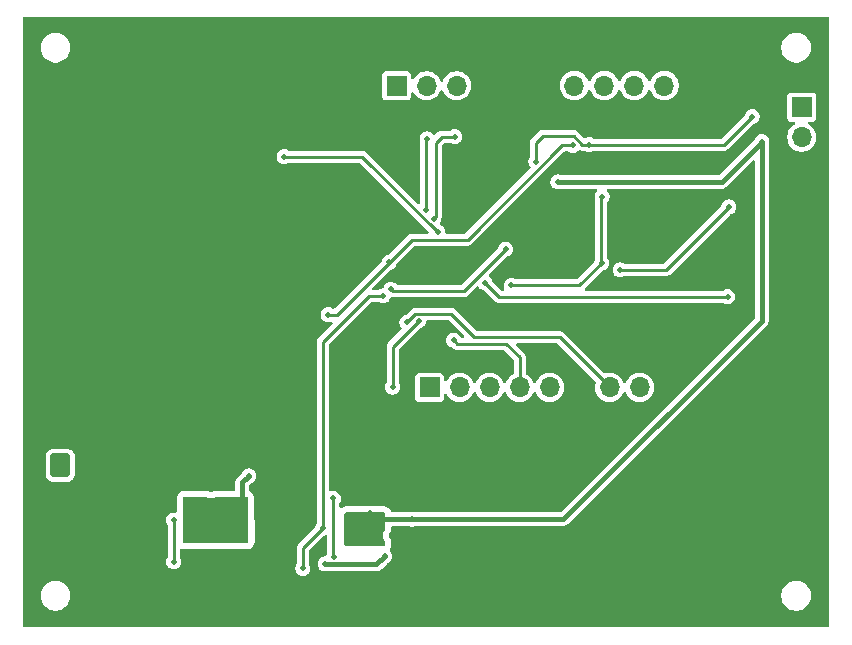
<source format=gbl>
G04 #@! TF.GenerationSoftware,KiCad,Pcbnew,9.0.0*
G04 #@! TF.CreationDate,2025-05-01T15:15:07-03:00*
G04 #@! TF.ProjectId,hw_rfid,68775f72-6669-4642-9e6b-696361645f70,rev?*
G04 #@! TF.SameCoordinates,Original*
G04 #@! TF.FileFunction,Copper,L2,Bot*
G04 #@! TF.FilePolarity,Positive*
%FSLAX46Y46*%
G04 Gerber Fmt 4.6, Leading zero omitted, Abs format (unit mm)*
G04 Created by KiCad (PCBNEW 9.0.0) date 2025-05-01 15:15:07*
%MOMM*%
%LPD*%
G01*
G04 APERTURE LIST*
G04 Aperture macros list*
%AMRoundRect*
0 Rectangle with rounded corners*
0 $1 Rounding radius*
0 $2 $3 $4 $5 $6 $7 $8 $9 X,Y pos of 4 corners*
0 Add a 4 corners polygon primitive as box body*
4,1,4,$2,$3,$4,$5,$6,$7,$8,$9,$2,$3,0*
0 Add four circle primitives for the rounded corners*
1,1,$1+$1,$2,$3*
1,1,$1+$1,$4,$5*
1,1,$1+$1,$6,$7*
1,1,$1+$1,$8,$9*
0 Add four rect primitives between the rounded corners*
20,1,$1+$1,$2,$3,$4,$5,0*
20,1,$1+$1,$4,$5,$6,$7,0*
20,1,$1+$1,$6,$7,$8,$9,0*
20,1,$1+$1,$8,$9,$2,$3,0*%
G04 Aperture macros list end*
G04 #@! TA.AperFunction,ComponentPad*
%ADD10R,1.700000X1.700000*%
G04 #@! TD*
G04 #@! TA.AperFunction,ComponentPad*
%ADD11O,1.700000X1.700000*%
G04 #@! TD*
G04 #@! TA.AperFunction,ComponentPad*
%ADD12RoundRect,0.250000X-0.600000X-0.750000X0.600000X-0.750000X0.600000X0.750000X-0.600000X0.750000X0*%
G04 #@! TD*
G04 #@! TA.AperFunction,ComponentPad*
%ADD13O,1.700000X2.000000*%
G04 #@! TD*
G04 #@! TA.AperFunction,ViaPad*
%ADD14C,0.508000*%
G04 #@! TD*
G04 #@! TA.AperFunction,Conductor*
%ADD15C,0.254000*%
G04 #@! TD*
G04 #@! TA.AperFunction,Conductor*
%ADD16C,0.381000*%
G04 #@! TD*
G04 #@! TA.AperFunction,Conductor*
%ADD17C,0.203200*%
G04 #@! TD*
G04 APERTURE END LIST*
D10*
X119910000Y-79450000D03*
D11*
X122450000Y-79450000D03*
X124990000Y-79450000D03*
X127530000Y-79450000D03*
X130070000Y-79450000D03*
D10*
X110220000Y-105000000D03*
D11*
X112760000Y-105000000D03*
X115300000Y-105000000D03*
X117840000Y-105000000D03*
X120380000Y-105000000D03*
X122920000Y-105000000D03*
X125460000Y-105000000D03*
X128000000Y-105000000D03*
D10*
X107425000Y-79475000D03*
D11*
X109965000Y-79475000D03*
X112505000Y-79475000D03*
X115045000Y-79475000D03*
D10*
X141725000Y-81276750D03*
D11*
X141725000Y-83816750D03*
X141725000Y-86356750D03*
D12*
X78950000Y-111600000D03*
D13*
X81450000Y-111600000D03*
D14*
X80000000Y-89600000D03*
X85000000Y-89600000D03*
X107000000Y-117533800D03*
X110025000Y-112550000D03*
X105000000Y-108000000D03*
X122275000Y-117775000D03*
X86300000Y-105050000D03*
X92475000Y-105050000D03*
X100000000Y-89567610D03*
X135050000Y-99950000D03*
X87300000Y-95000000D03*
X110050000Y-108000000D03*
X91700000Y-113625000D03*
X116070000Y-122450000D03*
X108000000Y-91600000D03*
X122275000Y-112550000D03*
X80000000Y-85100000D03*
X79950000Y-105050000D03*
X98575000Y-119150000D03*
X136500000Y-75500000D03*
X85181818Y-75500000D03*
X121175000Y-75500000D03*
X140200000Y-112550000D03*
X86950000Y-112550000D03*
X130250000Y-86050000D03*
X99350000Y-105050000D03*
X122090000Y-108000000D03*
X140200000Y-105100000D03*
X110840909Y-82575000D03*
X126236364Y-82650000D03*
X85000000Y-79950000D03*
X140200000Y-117725000D03*
X103500000Y-100050000D03*
X134130000Y-117775000D03*
X101550000Y-122450000D03*
X122275000Y-122450000D03*
X134150000Y-104900000D03*
X121175000Y-82575000D03*
X109950000Y-122450000D03*
X105000000Y-105050000D03*
X95445455Y-75500000D03*
X116070000Y-108000000D03*
X95000000Y-79950000D03*
X115972727Y-82575000D03*
X116070000Y-117950000D03*
X105709091Y-75500000D03*
X86300000Y-100050000D03*
X131368182Y-75500000D03*
X128350000Y-117800000D03*
X136545580Y-89567610D03*
X134130000Y-122450000D03*
X100577273Y-75500000D03*
X116070000Y-112550000D03*
X80000000Y-100050000D03*
X90313636Y-75500000D03*
X128350000Y-122450000D03*
X140200000Y-108000000D03*
X100000000Y-79950000D03*
X131368182Y-82625000D03*
X126236364Y-75500000D03*
X85000000Y-85100000D03*
X110840909Y-75500000D03*
X80050000Y-95000000D03*
X136500000Y-80050000D03*
X115972727Y-75500000D03*
X110025000Y-117950000D03*
X125050000Y-100000000D03*
X134150000Y-108000000D03*
X134130000Y-112550000D03*
X99975000Y-95000000D03*
X95475000Y-122450000D03*
X90000000Y-79950000D03*
X99350000Y-108000000D03*
X80000000Y-79950000D03*
X89270000Y-122450000D03*
X119050000Y-100000000D03*
X94550000Y-95000000D03*
X128350000Y-112550000D03*
X99450000Y-112550000D03*
X128350000Y-108000000D03*
X83150000Y-122450000D03*
X106775000Y-94425000D03*
X122350000Y-84525000D03*
X101625000Y-98850000D03*
X101375000Y-119950000D03*
X106400000Y-119300000D03*
X105169322Y-115672974D03*
X138350000Y-84200000D03*
X108725000Y-116150000D03*
X106050000Y-116150000D03*
X121075000Y-87600000D03*
X88550000Y-119775000D03*
X88550000Y-116225000D03*
X106250000Y-97250000D03*
X99475000Y-120325000D03*
X101150000Y-116941600D03*
X102075000Y-114400000D03*
X102100000Y-119377700D03*
X112350000Y-83775000D03*
X110557632Y-90717368D03*
X110000000Y-83975000D03*
X109950000Y-90025000D03*
X137525000Y-82075000D03*
X119216200Y-85892368D03*
X123725000Y-84450000D03*
X112250000Y-101000000D03*
X107075000Y-104975000D03*
X109300000Y-99350000D03*
X108300000Y-99500000D03*
X114900000Y-96150000D03*
X135450000Y-97325000D03*
X117125000Y-96375000D03*
X124775000Y-94475000D03*
X124820000Y-88855000D03*
X106925000Y-96691200D03*
X116650000Y-93300000D03*
X126351636Y-95053020D03*
X135550000Y-89725000D03*
X110925000Y-91875000D03*
X97900000Y-85475000D03*
X94400000Y-115725000D03*
X93200000Y-117750000D03*
X93200000Y-114700000D03*
X89850000Y-117750000D03*
X94400000Y-117750000D03*
X89850000Y-114700000D03*
X94400000Y-114700000D03*
X94900000Y-112500000D03*
D15*
X121400000Y-84525000D02*
X122350000Y-84525000D01*
X113425000Y-92500000D02*
X121400000Y-84525000D01*
X101625000Y-98850000D02*
X102350000Y-98850000D01*
X102350000Y-98850000D02*
X108700000Y-92500000D01*
X122325000Y-84500000D02*
X122350000Y-84525000D01*
X108700000Y-92500000D02*
X113425000Y-92500000D01*
D16*
X101375000Y-119950000D02*
X101425000Y-120000000D01*
X101425000Y-120000000D02*
X105700000Y-120000000D01*
X105700000Y-120000000D02*
X106400000Y-119300000D01*
X138350000Y-84200000D02*
X134950000Y-87600000D01*
X108725000Y-116150000D02*
X106050000Y-116150000D01*
X121550000Y-116150000D02*
X109475000Y-116150000D01*
X138350000Y-99350000D02*
X121550000Y-116150000D01*
X109475000Y-116150000D02*
X108725000Y-116150000D01*
X138350000Y-84200000D02*
X138350000Y-99350000D01*
X134950000Y-87600000D02*
X121075000Y-87600000D01*
D15*
X88550000Y-116225000D02*
X88550000Y-119775000D01*
X101150000Y-101200000D02*
X105100000Y-97250000D01*
X101150000Y-116941600D02*
X99475000Y-118616600D01*
X99475000Y-118616600D02*
X99475000Y-120325000D01*
X99450000Y-120350000D02*
X99475000Y-120325000D01*
X101150000Y-116941600D02*
X101150000Y-101200000D01*
X105100000Y-97250000D02*
X106250000Y-97250000D01*
X102075000Y-119352700D02*
X102075000Y-114400000D01*
X102100000Y-119377700D02*
X102075000Y-119352700D01*
D17*
X102075000Y-114275000D02*
X102075000Y-114400000D01*
D15*
X111225000Y-83775000D02*
X112350000Y-83775000D01*
X110725000Y-84275000D02*
X111225000Y-83775000D01*
X110557632Y-90717368D02*
X110725000Y-90550000D01*
X110725000Y-90550000D02*
X110725000Y-84275000D01*
X109950000Y-90025000D02*
X109950000Y-84025000D01*
X109950000Y-84025000D02*
X110000000Y-83975000D01*
X122425000Y-83725000D02*
X123150000Y-84450000D01*
X123150000Y-84450000D02*
X123725000Y-84450000D01*
X123725000Y-84450000D02*
X135150000Y-84450000D01*
X119775000Y-83725000D02*
X122425000Y-83725000D01*
X119216200Y-85892368D02*
X119216200Y-84283800D01*
X119216200Y-84283800D02*
X119775000Y-83725000D01*
X135150000Y-84450000D02*
X137525000Y-82075000D01*
X117840000Y-102440000D02*
X116725000Y-101325000D01*
X116725000Y-101325000D02*
X112575000Y-101325000D01*
X112575000Y-101325000D02*
X112250000Y-101000000D01*
X117840000Y-105000000D02*
X117840000Y-102440000D01*
X107075000Y-101575000D02*
X109300000Y-99350000D01*
X107075000Y-104975000D02*
X107075000Y-101575000D01*
X108300000Y-99500000D02*
X108250000Y-99550000D01*
X121225000Y-100750000D02*
X123425000Y-102950000D01*
X123425000Y-102950000D02*
X123425000Y-102965000D01*
X108300000Y-99500000D02*
X109009800Y-98790200D01*
X113975000Y-100750000D02*
X121225000Y-100750000D01*
X112015200Y-98790200D02*
X113975000Y-100750000D01*
X123425000Y-102965000D02*
X125460000Y-105000000D01*
X109009800Y-98790200D02*
X112015200Y-98790200D01*
X114900000Y-96175000D02*
X114900000Y-96150000D01*
X116050000Y-97325000D02*
X114900000Y-96175000D01*
X135450000Y-97325000D02*
X116050000Y-97325000D01*
X124700000Y-94400000D02*
X124775000Y-94475000D01*
X124820000Y-88855000D02*
X124700000Y-88975000D01*
X117125000Y-96375000D02*
X122875000Y-96375000D01*
X124700000Y-88975000D02*
X124700000Y-94400000D01*
X122875000Y-96375000D02*
X124775000Y-94475000D01*
X117125000Y-96375000D02*
X117150000Y-96350000D01*
X107083800Y-96850000D02*
X113100000Y-96850000D01*
X113100000Y-96850000D02*
X116650000Y-93300000D01*
X106925000Y-96691200D02*
X107083800Y-96850000D01*
X130221980Y-95053020D02*
X126351636Y-95053020D01*
X135550000Y-89725000D02*
X130221980Y-95053020D01*
X126354656Y-95050000D02*
X126351636Y-95053020D01*
X110925000Y-91875000D02*
X104525000Y-85475000D01*
X104525000Y-85475000D02*
X97900000Y-85475000D01*
D16*
X94350000Y-113050000D02*
X94900000Y-112500000D01*
X94350000Y-115725000D02*
X94350000Y-113050000D01*
G04 #@! TA.AperFunction,Conductor*
G36*
X91292340Y-114269685D02*
G01*
X91294192Y-114270898D01*
X91338821Y-114300718D01*
X91477587Y-114358197D01*
X91477591Y-114358197D01*
X91477592Y-114358198D01*
X91624897Y-114387500D01*
X91624900Y-114387500D01*
X91775102Y-114387500D01*
X91874204Y-114367786D01*
X91922413Y-114358197D01*
X92061179Y-114300718D01*
X92105808Y-114270898D01*
X92172485Y-114250020D01*
X92174699Y-114250000D01*
X94709217Y-114250000D01*
X94776256Y-114269685D01*
X94822011Y-114322489D01*
X94833207Y-114372430D01*
X94880068Y-118074430D01*
X94861234Y-118141714D01*
X94809013Y-118188133D01*
X94756078Y-118200000D01*
X89474000Y-118200000D01*
X89406961Y-118180315D01*
X89361206Y-118127511D01*
X89350000Y-118076000D01*
X89350000Y-114374000D01*
X89369685Y-114306961D01*
X89422489Y-114261206D01*
X89474000Y-114250000D01*
X91225301Y-114250000D01*
X91292340Y-114269685D01*
G37*
G04 #@! TD.AperFunction*
G04 #@! TA.AperFunction,Conductor*
G36*
X106418039Y-115609249D02*
G01*
X106463794Y-115662053D01*
X106475000Y-115713564D01*
X106475000Y-116929100D01*
X106455315Y-116996139D01*
X106438681Y-117016781D01*
X106407730Y-117047731D01*
X106407727Y-117047735D01*
X106324285Y-117172614D01*
X106324280Y-117172623D01*
X106266803Y-117311386D01*
X106266801Y-117311392D01*
X106237500Y-117458697D01*
X106237500Y-117458700D01*
X106237500Y-117608900D01*
X106237500Y-117608902D01*
X106237499Y-117608902D01*
X106266801Y-117756207D01*
X106266803Y-117756213D01*
X106324280Y-117894976D01*
X106324285Y-117894985D01*
X106407727Y-118019864D01*
X106407730Y-118019868D01*
X106438680Y-118050817D01*
X106453385Y-118077747D01*
X106469977Y-118103564D01*
X106470868Y-118109762D01*
X106472166Y-118112139D01*
X106475000Y-118138499D01*
X106475000Y-118326000D01*
X106455315Y-118393039D01*
X106402511Y-118438794D01*
X106351000Y-118450000D01*
X103124000Y-118450000D01*
X103056961Y-118430315D01*
X103011206Y-118377511D01*
X103000000Y-118326000D01*
X103000000Y-115713564D01*
X103019685Y-115646525D01*
X103072489Y-115600770D01*
X103124000Y-115589564D01*
X106351000Y-115589564D01*
X106418039Y-115609249D01*
G37*
G04 #@! TD.AperFunction*
G04 #@! TA.AperFunction,Conductor*
G36*
X137696032Y-85767064D02*
G01*
X137752868Y-85809611D01*
X137777679Y-85876131D01*
X137778000Y-85885120D01*
X137778000Y-99060880D01*
X137757998Y-99129001D01*
X137741095Y-99149975D01*
X121349975Y-115541095D01*
X121287663Y-115575121D01*
X121260880Y-115578000D01*
X109029775Y-115578000D01*
X108981557Y-115568409D01*
X108910374Y-115538924D01*
X108910369Y-115538922D01*
X108787593Y-115514500D01*
X108787591Y-115514500D01*
X108662409Y-115514500D01*
X108662406Y-115514500D01*
X108539630Y-115538922D01*
X108539625Y-115538924D01*
X108468443Y-115568409D01*
X108420225Y-115578000D01*
X107064772Y-115578000D01*
X106996651Y-115557998D01*
X106950158Y-115504342D01*
X106945220Y-115491791D01*
X106930891Y-115448739D01*
X106851869Y-115325779D01*
X106851868Y-115325777D01*
X106806119Y-115272981D01*
X106789347Y-115258448D01*
X106695661Y-115177267D01*
X106562715Y-115116550D01*
X106495679Y-115096866D01*
X106495675Y-115096865D01*
X106495672Y-115096864D01*
X106495670Y-115096864D01*
X106351000Y-115076064D01*
X106350996Y-115076064D01*
X105413959Y-115076064D01*
X105365741Y-115066473D01*
X105354696Y-115061898D01*
X105354691Y-115061896D01*
X105231915Y-115037474D01*
X105231913Y-115037474D01*
X105106731Y-115037474D01*
X105106728Y-115037474D01*
X104983952Y-115061896D01*
X104983947Y-115061898D01*
X104972903Y-115066473D01*
X104924685Y-115076064D01*
X103123992Y-115076064D01*
X103030104Y-115086159D01*
X103014843Y-115087800D01*
X103014841Y-115087800D01*
X103014835Y-115087801D01*
X102963332Y-115099005D01*
X102859172Y-115133674D01*
X102777620Y-115186084D01*
X102709499Y-115206086D01*
X102641379Y-115186084D01*
X102594886Y-115132428D01*
X102583500Y-115080086D01*
X102583500Y-114821066D01*
X102603502Y-114752945D01*
X102604736Y-114751063D01*
X102638172Y-114701023D01*
X102638173Y-114701022D01*
X102686078Y-114585369D01*
X102710500Y-114462591D01*
X102710500Y-114337409D01*
X102686078Y-114214631D01*
X102638173Y-114098978D01*
X102568625Y-113994892D01*
X102480108Y-113906375D01*
X102376022Y-113836827D01*
X102260369Y-113788922D01*
X102257272Y-113788306D01*
X102137593Y-113764500D01*
X102137591Y-113764500D01*
X102012409Y-113764500D01*
X102012406Y-113764500D01*
X101889630Y-113788922D01*
X101889625Y-113788924D01*
X101832718Y-113812496D01*
X101762128Y-113820085D01*
X101698641Y-113788306D01*
X101662414Y-113727248D01*
X101658500Y-113696087D01*
X101658500Y-104912406D01*
X106439500Y-104912406D01*
X106439500Y-105037593D01*
X106451301Y-105096921D01*
X106463922Y-105160369D01*
X106511827Y-105276022D01*
X106581375Y-105380108D01*
X106669892Y-105468625D01*
X106773978Y-105538173D01*
X106889631Y-105586078D01*
X107012409Y-105610500D01*
X107012410Y-105610500D01*
X107137590Y-105610500D01*
X107137591Y-105610500D01*
X107260369Y-105586078D01*
X107376022Y-105538173D01*
X107480108Y-105468625D01*
X107568625Y-105380108D01*
X107638173Y-105276022D01*
X107686078Y-105160369D01*
X107710500Y-105037591D01*
X107710500Y-104912409D01*
X107686078Y-104789631D01*
X107638173Y-104673978D01*
X107604733Y-104623932D01*
X107583520Y-104556180D01*
X107583500Y-104553932D01*
X107583500Y-101837817D01*
X107603502Y-101769696D01*
X107620400Y-101748727D01*
X109361825Y-100007301D01*
X109424135Y-99973278D01*
X109426272Y-99972832D01*
X109485369Y-99961078D01*
X109601022Y-99913173D01*
X109705108Y-99843625D01*
X109793625Y-99755108D01*
X109863173Y-99651022D01*
X109911078Y-99535369D01*
X109935500Y-99412591D01*
X109935500Y-99412582D01*
X109935523Y-99412358D01*
X109935569Y-99412243D01*
X109936708Y-99406519D01*
X109937793Y-99406734D01*
X109962101Y-99346524D01*
X110020053Y-99305511D01*
X110060917Y-99298700D01*
X111752382Y-99298700D01*
X111820503Y-99318702D01*
X111841477Y-99335605D01*
X112516462Y-100010590D01*
X113107278Y-100601405D01*
X113141303Y-100663717D01*
X113136239Y-100734532D01*
X113093692Y-100791368D01*
X113027172Y-100816179D01*
X113018183Y-100816500D01*
X112946043Y-100816500D01*
X112877922Y-100796498D01*
X112831429Y-100742842D01*
X112829634Y-100738719D01*
X112827900Y-100734532D01*
X112813173Y-100698978D01*
X112743625Y-100594892D01*
X112655108Y-100506375D01*
X112551022Y-100436827D01*
X112435369Y-100388922D01*
X112312593Y-100364500D01*
X112312591Y-100364500D01*
X112187409Y-100364500D01*
X112187406Y-100364500D01*
X112064630Y-100388922D01*
X112064625Y-100388924D01*
X111948977Y-100436827D01*
X111844896Y-100506372D01*
X111844889Y-100506377D01*
X111756377Y-100594889D01*
X111756372Y-100594896D01*
X111686827Y-100698977D01*
X111638924Y-100814625D01*
X111638922Y-100814630D01*
X111614500Y-100937406D01*
X111614500Y-100937409D01*
X111614500Y-101062591D01*
X111638922Y-101185369D01*
X111684500Y-101295405D01*
X111686827Y-101301021D01*
X111686826Y-101301021D01*
X111686827Y-101301022D01*
X111756375Y-101405108D01*
X111844892Y-101493625D01*
X111948978Y-101563173D01*
X112064631Y-101611078D01*
X112123663Y-101622819D01*
X112136154Y-101628602D01*
X112146412Y-101629626D01*
X112165050Y-101641977D01*
X112177393Y-101647691D01*
X112183055Y-101652183D01*
X112262773Y-101731901D01*
X112330969Y-101771274D01*
X112378726Y-101798847D01*
X112508055Y-101833500D01*
X116462182Y-101833500D01*
X116530303Y-101853502D01*
X116551277Y-101870405D01*
X117294595Y-102613723D01*
X117328621Y-102676035D01*
X117331500Y-102702818D01*
X117331500Y-103799736D01*
X117311498Y-103867857D01*
X117262704Y-103912001D01*
X117236699Y-103925252D01*
X117194549Y-103946728D01*
X117037729Y-104060666D01*
X117037726Y-104060668D01*
X116900668Y-104197726D01*
X116900666Y-104197729D01*
X116786729Y-104354549D01*
X116786727Y-104354553D01*
X116698724Y-104527268D01*
X116690061Y-104553932D01*
X116689833Y-104554633D01*
X116649759Y-104613238D01*
X116584362Y-104640875D01*
X116514406Y-104628768D01*
X116462100Y-104580762D01*
X116450167Y-104554633D01*
X116441276Y-104527268D01*
X116353273Y-104354553D01*
X116239336Y-104197732D01*
X116239333Y-104197729D01*
X116239331Y-104197726D01*
X116102273Y-104060668D01*
X116102270Y-104060666D01*
X116102268Y-104060664D01*
X115945447Y-103946727D01*
X115772732Y-103858724D01*
X115772729Y-103858723D01*
X115772727Y-103858722D01*
X115588380Y-103798825D01*
X115588384Y-103798825D01*
X115543531Y-103791721D01*
X115396921Y-103768500D01*
X115203079Y-103768500D01*
X115011623Y-103798824D01*
X115011617Y-103798825D01*
X114827272Y-103858722D01*
X114827266Y-103858725D01*
X114654549Y-103946729D01*
X114497729Y-104060666D01*
X114497726Y-104060668D01*
X114360668Y-104197726D01*
X114360666Y-104197729D01*
X114246729Y-104354549D01*
X114246727Y-104354553D01*
X114158724Y-104527268D01*
X114150061Y-104553932D01*
X114149833Y-104554633D01*
X114109759Y-104613238D01*
X114044362Y-104640875D01*
X113974406Y-104628768D01*
X113922100Y-104580762D01*
X113910167Y-104554633D01*
X113901276Y-104527268D01*
X113813273Y-104354553D01*
X113699336Y-104197732D01*
X113699333Y-104197729D01*
X113699331Y-104197726D01*
X113562273Y-104060668D01*
X113562270Y-104060666D01*
X113562268Y-104060664D01*
X113405447Y-103946727D01*
X113232732Y-103858724D01*
X113232729Y-103858723D01*
X113232727Y-103858722D01*
X113048380Y-103798825D01*
X113048384Y-103798825D01*
X113003531Y-103791721D01*
X112856921Y-103768500D01*
X112663079Y-103768500D01*
X112471623Y-103798824D01*
X112471617Y-103798825D01*
X112287272Y-103858722D01*
X112287266Y-103858725D01*
X112114549Y-103946729D01*
X111957729Y-104060666D01*
X111957726Y-104060668D01*
X111820668Y-104197726D01*
X111820666Y-104197729D01*
X111706727Y-104354552D01*
X111689766Y-104387840D01*
X111641018Y-104439455D01*
X111572103Y-104456520D01*
X111504901Y-104433619D01*
X111460749Y-104378021D01*
X111451500Y-104330636D01*
X111451500Y-104113800D01*
X111451500Y-104113794D01*
X111440696Y-104039639D01*
X111384776Y-103925254D01*
X111384775Y-103925252D01*
X111294747Y-103835224D01*
X111294745Y-103835223D01*
X111180362Y-103779304D01*
X111106207Y-103768500D01*
X111106206Y-103768500D01*
X109333794Y-103768500D01*
X109333792Y-103768500D01*
X109259638Y-103779304D01*
X109259636Y-103779304D01*
X109145254Y-103835223D01*
X109145252Y-103835224D01*
X109055224Y-103925252D01*
X109055223Y-103925254D01*
X108999304Y-104039636D01*
X108999304Y-104039638D01*
X108988500Y-104113792D01*
X108988500Y-105886207D01*
X108999304Y-105960361D01*
X108999304Y-105960363D01*
X109055223Y-106074745D01*
X109055224Y-106074747D01*
X109145252Y-106164775D01*
X109145254Y-106164776D01*
X109259639Y-106220696D01*
X109333794Y-106231500D01*
X109333800Y-106231500D01*
X111106200Y-106231500D01*
X111106206Y-106231500D01*
X111180361Y-106220696D01*
X111294746Y-106164776D01*
X111384776Y-106074746D01*
X111440696Y-105960361D01*
X111451500Y-105886206D01*
X111451500Y-105669363D01*
X111471502Y-105601242D01*
X111525158Y-105554749D01*
X111595432Y-105544645D01*
X111660012Y-105574139D01*
X111689765Y-105612157D01*
X111706727Y-105645447D01*
X111820664Y-105802268D01*
X111820666Y-105802270D01*
X111820668Y-105802273D01*
X111957726Y-105939331D01*
X111957729Y-105939333D01*
X111957732Y-105939336D01*
X112114553Y-106053273D01*
X112287268Y-106141276D01*
X112471617Y-106201174D01*
X112471618Y-106201174D01*
X112471623Y-106201176D01*
X112663079Y-106231500D01*
X112663082Y-106231500D01*
X112856918Y-106231500D01*
X112856921Y-106231500D01*
X113048377Y-106201176D01*
X113232732Y-106141276D01*
X113405447Y-106053273D01*
X113562268Y-105939336D01*
X113699336Y-105802268D01*
X113813273Y-105645447D01*
X113901276Y-105472732D01*
X113910167Y-105445366D01*
X113950240Y-105386761D01*
X114015637Y-105359124D01*
X114085593Y-105371231D01*
X114137900Y-105419236D01*
X114149833Y-105445367D01*
X114157389Y-105468625D01*
X114158724Y-105472732D01*
X114246727Y-105645447D01*
X114360664Y-105802268D01*
X114360666Y-105802270D01*
X114360668Y-105802273D01*
X114497726Y-105939331D01*
X114497729Y-105939333D01*
X114497732Y-105939336D01*
X114654553Y-106053273D01*
X114827268Y-106141276D01*
X115011617Y-106201174D01*
X115011618Y-106201174D01*
X115011623Y-106201176D01*
X115203079Y-106231500D01*
X115203082Y-106231500D01*
X115396918Y-106231500D01*
X115396921Y-106231500D01*
X115588377Y-106201176D01*
X115772732Y-106141276D01*
X115945447Y-106053273D01*
X116102268Y-105939336D01*
X116239336Y-105802268D01*
X116353273Y-105645447D01*
X116441276Y-105472732D01*
X116450167Y-105445366D01*
X116490240Y-105386761D01*
X116555637Y-105359124D01*
X116625593Y-105371231D01*
X116677900Y-105419236D01*
X116689833Y-105445367D01*
X116697389Y-105468625D01*
X116698724Y-105472732D01*
X116786727Y-105645447D01*
X116900664Y-105802268D01*
X116900666Y-105802270D01*
X116900668Y-105802273D01*
X117037726Y-105939331D01*
X117037729Y-105939333D01*
X117037732Y-105939336D01*
X117194553Y-106053273D01*
X117367268Y-106141276D01*
X117551617Y-106201174D01*
X117551618Y-106201174D01*
X117551623Y-106201176D01*
X117743079Y-106231500D01*
X117743082Y-106231500D01*
X117936918Y-106231500D01*
X117936921Y-106231500D01*
X118128377Y-106201176D01*
X118312732Y-106141276D01*
X118485447Y-106053273D01*
X118642268Y-105939336D01*
X118779336Y-105802268D01*
X118893273Y-105645447D01*
X118981276Y-105472732D01*
X118990167Y-105445366D01*
X119030240Y-105386761D01*
X119095637Y-105359124D01*
X119165593Y-105371231D01*
X119217900Y-105419236D01*
X119229833Y-105445367D01*
X119237389Y-105468625D01*
X119238724Y-105472732D01*
X119326727Y-105645447D01*
X119440664Y-105802268D01*
X119440666Y-105802270D01*
X119440668Y-105802273D01*
X119577726Y-105939331D01*
X119577729Y-105939333D01*
X119577732Y-105939336D01*
X119734553Y-106053273D01*
X119907268Y-106141276D01*
X120091617Y-106201174D01*
X120091618Y-106201174D01*
X120091623Y-106201176D01*
X120283079Y-106231500D01*
X120283082Y-106231500D01*
X120476918Y-106231500D01*
X120476921Y-106231500D01*
X120668377Y-106201176D01*
X120852732Y-106141276D01*
X121025447Y-106053273D01*
X121182268Y-105939336D01*
X121319336Y-105802268D01*
X121433273Y-105645447D01*
X121521276Y-105472732D01*
X121581176Y-105288377D01*
X121611500Y-105096921D01*
X121611500Y-104903079D01*
X121581176Y-104711623D01*
X121521276Y-104527268D01*
X121433273Y-104354553D01*
X121319336Y-104197732D01*
X121319333Y-104197729D01*
X121319331Y-104197726D01*
X121182273Y-104060668D01*
X121182270Y-104060666D01*
X121182268Y-104060664D01*
X121025447Y-103946727D01*
X120852732Y-103858724D01*
X120852729Y-103858723D01*
X120852727Y-103858722D01*
X120668380Y-103798825D01*
X120668384Y-103798825D01*
X120623531Y-103791721D01*
X120476921Y-103768500D01*
X120283079Y-103768500D01*
X120091623Y-103798824D01*
X120091617Y-103798825D01*
X119907272Y-103858722D01*
X119907266Y-103858725D01*
X119734549Y-103946729D01*
X119577729Y-104060666D01*
X119577726Y-104060668D01*
X119440668Y-104197726D01*
X119440666Y-104197729D01*
X119326729Y-104354549D01*
X119326727Y-104354553D01*
X119238724Y-104527268D01*
X119230061Y-104553932D01*
X119229833Y-104554633D01*
X119189759Y-104613238D01*
X119124362Y-104640875D01*
X119054406Y-104628768D01*
X119002100Y-104580762D01*
X118990167Y-104554633D01*
X118981276Y-104527268D01*
X118893273Y-104354553D01*
X118779336Y-104197732D01*
X118779333Y-104197729D01*
X118779331Y-104197726D01*
X118642273Y-104060668D01*
X118642270Y-104060666D01*
X118642268Y-104060664D01*
X118592594Y-104024573D01*
X118485450Y-103946728D01*
X118443304Y-103925254D01*
X118417295Y-103912001D01*
X118365682Y-103863254D01*
X118348500Y-103799736D01*
X118348500Y-102373056D01*
X118348500Y-102373055D01*
X118313847Y-102243726D01*
X118246901Y-102127773D01*
X117592721Y-101473593D01*
X117558698Y-101411283D01*
X117563762Y-101340468D01*
X117606309Y-101283632D01*
X117672829Y-101258821D01*
X117681818Y-101258500D01*
X120962182Y-101258500D01*
X121030303Y-101278502D01*
X121051277Y-101295405D01*
X122985874Y-103230002D01*
X123005896Y-103256093D01*
X123018098Y-103277226D01*
X123018099Y-103277227D01*
X124251722Y-104510849D01*
X124285746Y-104573160D01*
X124282460Y-104638877D01*
X124258824Y-104711623D01*
X124228500Y-104903079D01*
X124228500Y-105096921D01*
X124256867Y-105276022D01*
X124258825Y-105288382D01*
X124317390Y-105468627D01*
X124318724Y-105472732D01*
X124406727Y-105645447D01*
X124520664Y-105802268D01*
X124520666Y-105802270D01*
X124520668Y-105802273D01*
X124657726Y-105939331D01*
X124657729Y-105939333D01*
X124657732Y-105939336D01*
X124814553Y-106053273D01*
X124987268Y-106141276D01*
X125171617Y-106201174D01*
X125171618Y-106201174D01*
X125171623Y-106201176D01*
X125363079Y-106231500D01*
X125363082Y-106231500D01*
X125556918Y-106231500D01*
X125556921Y-106231500D01*
X125748377Y-106201176D01*
X125932732Y-106141276D01*
X126105447Y-106053273D01*
X126262268Y-105939336D01*
X126399336Y-105802268D01*
X126513273Y-105645447D01*
X126601276Y-105472732D01*
X126610167Y-105445366D01*
X126650240Y-105386761D01*
X126715637Y-105359124D01*
X126785593Y-105371231D01*
X126837900Y-105419236D01*
X126849833Y-105445367D01*
X126857389Y-105468625D01*
X126858724Y-105472732D01*
X126946727Y-105645447D01*
X127060664Y-105802268D01*
X127060666Y-105802270D01*
X127060668Y-105802273D01*
X127197726Y-105939331D01*
X127197729Y-105939333D01*
X127197732Y-105939336D01*
X127354553Y-106053273D01*
X127527268Y-106141276D01*
X127711617Y-106201174D01*
X127711618Y-106201174D01*
X127711623Y-106201176D01*
X127903079Y-106231500D01*
X127903082Y-106231500D01*
X128096918Y-106231500D01*
X128096921Y-106231500D01*
X128288377Y-106201176D01*
X128472732Y-106141276D01*
X128645447Y-106053273D01*
X128802268Y-105939336D01*
X128939336Y-105802268D01*
X129053273Y-105645447D01*
X129141276Y-105472732D01*
X129201176Y-105288377D01*
X129231500Y-105096921D01*
X129231500Y-104903079D01*
X129201176Y-104711623D01*
X129141276Y-104527268D01*
X129053273Y-104354553D01*
X128939336Y-104197732D01*
X128939333Y-104197729D01*
X128939331Y-104197726D01*
X128802273Y-104060668D01*
X128802270Y-104060666D01*
X128802268Y-104060664D01*
X128645447Y-103946727D01*
X128472732Y-103858724D01*
X128472729Y-103858723D01*
X128472727Y-103858722D01*
X128288380Y-103798825D01*
X128288384Y-103798825D01*
X128243531Y-103791721D01*
X128096921Y-103768500D01*
X127903079Y-103768500D01*
X127711623Y-103798824D01*
X127711617Y-103798825D01*
X127527272Y-103858722D01*
X127527266Y-103858725D01*
X127354549Y-103946729D01*
X127197729Y-104060666D01*
X127197726Y-104060668D01*
X127060668Y-104197726D01*
X127060666Y-104197729D01*
X126946729Y-104354549D01*
X126946727Y-104354553D01*
X126858724Y-104527268D01*
X126850061Y-104553932D01*
X126849833Y-104554633D01*
X126809759Y-104613238D01*
X126744362Y-104640875D01*
X126674406Y-104628768D01*
X126622100Y-104580762D01*
X126610167Y-104554633D01*
X126601276Y-104527268D01*
X126513273Y-104354553D01*
X126399336Y-104197732D01*
X126399333Y-104197729D01*
X126399331Y-104197726D01*
X126262273Y-104060668D01*
X126262270Y-104060666D01*
X126262268Y-104060664D01*
X126105447Y-103946727D01*
X125932732Y-103858724D01*
X125932729Y-103858723D01*
X125932727Y-103858722D01*
X125748380Y-103798825D01*
X125748384Y-103798825D01*
X125703531Y-103791721D01*
X125556921Y-103768500D01*
X125363079Y-103768500D01*
X125171623Y-103798824D01*
X125098878Y-103822460D01*
X125027910Y-103824486D01*
X124970848Y-103791721D01*
X124435220Y-103256093D01*
X123864121Y-102684993D01*
X123859295Y-102679891D01*
X123850610Y-102670180D01*
X123831901Y-102637774D01*
X123737226Y-102543099D01*
X123321897Y-102127770D01*
X121537233Y-100343104D01*
X121537223Y-100343096D01*
X121421278Y-100276155D01*
X121421276Y-100276154D01*
X121421274Y-100276153D01*
X121291945Y-100241500D01*
X121291943Y-100241500D01*
X114237817Y-100241500D01*
X114169696Y-100221498D01*
X114148726Y-100204599D01*
X112327427Y-98383299D01*
X112327424Y-98383297D01*
X112327423Y-98383296D01*
X112211478Y-98316355D01*
X112211476Y-98316354D01*
X112211474Y-98316353D01*
X112082145Y-98281700D01*
X109076745Y-98281700D01*
X108942855Y-98281700D01*
X108813526Y-98316353D01*
X108813524Y-98316354D01*
X108813521Y-98316355D01*
X108697575Y-98383297D01*
X108238174Y-98842696D01*
X108175862Y-98876721D01*
X108173663Y-98877178D01*
X108114637Y-98888920D01*
X108114627Y-98888923D01*
X107998977Y-98936827D01*
X107894896Y-99006372D01*
X107894889Y-99006377D01*
X107806377Y-99094889D01*
X107806372Y-99094896D01*
X107736827Y-99198977D01*
X107688924Y-99314625D01*
X107688922Y-99314630D01*
X107664500Y-99437406D01*
X107664500Y-99562593D01*
X107688922Y-99685369D01*
X107688924Y-99685374D01*
X107717807Y-99755103D01*
X107736827Y-99801022D01*
X107806375Y-99905108D01*
X107826975Y-99925708D01*
X107860999Y-99988021D01*
X107855933Y-100058837D01*
X107826973Y-100103897D01*
X106668104Y-101262766D01*
X106668098Y-101262773D01*
X106646016Y-101301022D01*
X106646015Y-101301021D01*
X106601155Y-101378721D01*
X106601154Y-101378724D01*
X106601153Y-101378726D01*
X106570366Y-101493627D01*
X106566500Y-101508056D01*
X106566500Y-104553932D01*
X106546498Y-104622053D01*
X106545266Y-104623933D01*
X106511826Y-104673979D01*
X106463924Y-104789625D01*
X106463922Y-104789630D01*
X106439500Y-104912406D01*
X101658500Y-104912406D01*
X101658500Y-101462817D01*
X101678502Y-101394696D01*
X101695405Y-101373722D01*
X105273722Y-97795405D01*
X105336034Y-97761379D01*
X105362817Y-97758500D01*
X105828933Y-97758500D01*
X105897054Y-97778502D01*
X105898906Y-97779716D01*
X105948978Y-97813173D01*
X106064631Y-97861078D01*
X106187409Y-97885500D01*
X106187410Y-97885500D01*
X106312590Y-97885500D01*
X106312591Y-97885500D01*
X106435369Y-97861078D01*
X106551022Y-97813173D01*
X106655108Y-97743625D01*
X106743625Y-97655108D01*
X106813173Y-97551022D01*
X106861078Y-97435369D01*
X106861078Y-97435366D01*
X106863013Y-97430696D01*
X106907561Y-97375415D01*
X106974924Y-97352994D01*
X107012036Y-97357208D01*
X107016855Y-97358500D01*
X107016856Y-97358500D01*
X113166943Y-97358500D01*
X113166945Y-97358500D01*
X113296274Y-97323847D01*
X113412227Y-97256901D01*
X114180710Y-96488416D01*
X114243023Y-96454392D01*
X114313838Y-96459456D01*
X114370674Y-96502003D01*
X114374571Y-96507510D01*
X114406375Y-96555108D01*
X114494892Y-96643625D01*
X114598978Y-96713173D01*
X114714631Y-96761078D01*
X114742453Y-96766611D01*
X114805363Y-96799517D01*
X114806969Y-96801096D01*
X115643099Y-97637226D01*
X115737774Y-97731901D01*
X115853726Y-97798847D01*
X115983055Y-97833500D01*
X135028933Y-97833500D01*
X135097054Y-97853502D01*
X135098906Y-97854716D01*
X135148978Y-97888173D01*
X135264631Y-97936078D01*
X135387409Y-97960500D01*
X135387410Y-97960500D01*
X135512590Y-97960500D01*
X135512591Y-97960500D01*
X135635369Y-97936078D01*
X135751022Y-97888173D01*
X135855108Y-97818625D01*
X135943625Y-97730108D01*
X136013173Y-97626022D01*
X136061078Y-97510369D01*
X136085500Y-97387591D01*
X136085500Y-97262409D01*
X136061078Y-97139631D01*
X136013173Y-97023978D01*
X135943625Y-96919892D01*
X135855108Y-96831375D01*
X135751022Y-96761827D01*
X135653659Y-96721498D01*
X135635374Y-96713924D01*
X135635369Y-96713922D01*
X135512593Y-96689500D01*
X135512591Y-96689500D01*
X135387409Y-96689500D01*
X135387406Y-96689500D01*
X135264630Y-96713922D01*
X135264625Y-96713924D01*
X135150789Y-96761077D01*
X135148978Y-96761827D01*
X135098933Y-96795265D01*
X135031182Y-96816480D01*
X135028933Y-96816500D01*
X123456819Y-96816500D01*
X123388698Y-96796498D01*
X123342205Y-96742842D01*
X123332101Y-96672568D01*
X123361595Y-96607988D01*
X123367723Y-96601405D01*
X124087755Y-95881372D01*
X124836824Y-95132301D01*
X124899135Y-95098278D01*
X124901227Y-95097841D01*
X124960369Y-95086078D01*
X125076022Y-95038173D01*
X125147480Y-94990426D01*
X125716136Y-94990426D01*
X125716136Y-94990429D01*
X125716136Y-95115611D01*
X125740558Y-95238389D01*
X125788463Y-95354042D01*
X125858011Y-95458128D01*
X125946528Y-95546645D01*
X126050614Y-95616193D01*
X126166267Y-95664098D01*
X126289045Y-95688520D01*
X126289046Y-95688520D01*
X126414226Y-95688520D01*
X126414227Y-95688520D01*
X126537005Y-95664098D01*
X126652658Y-95616193D01*
X126702702Y-95582754D01*
X126770454Y-95561540D01*
X126772703Y-95561520D01*
X130288923Y-95561520D01*
X130288925Y-95561520D01*
X130418254Y-95526867D01*
X130534207Y-95459921D01*
X135611825Y-90382301D01*
X135674135Y-90348278D01*
X135676272Y-90347832D01*
X135735369Y-90336078D01*
X135851022Y-90288173D01*
X135955108Y-90218625D01*
X136043625Y-90130108D01*
X136113173Y-90026022D01*
X136161078Y-89910369D01*
X136185500Y-89787591D01*
X136185500Y-89662409D01*
X136161078Y-89539631D01*
X136113173Y-89423978D01*
X136043625Y-89319892D01*
X135955108Y-89231375D01*
X135851022Y-89161827D01*
X135735369Y-89113922D01*
X135612593Y-89089500D01*
X135612591Y-89089500D01*
X135487409Y-89089500D01*
X135487406Y-89089500D01*
X135364630Y-89113922D01*
X135364625Y-89113924D01*
X135248977Y-89161827D01*
X135144896Y-89231372D01*
X135144889Y-89231377D01*
X135056377Y-89319889D01*
X135056372Y-89319896D01*
X134986827Y-89423977D01*
X134938923Y-89539627D01*
X134938920Y-89539636D01*
X134927178Y-89598664D01*
X134894270Y-89661573D01*
X134892695Y-89663175D01*
X130048257Y-94507615D01*
X129985945Y-94541640D01*
X129959162Y-94544520D01*
X126772703Y-94544520D01*
X126704582Y-94524518D01*
X126702729Y-94523303D01*
X126652658Y-94489847D01*
X126537005Y-94441942D01*
X126414229Y-94417520D01*
X126414227Y-94417520D01*
X126289045Y-94417520D01*
X126289042Y-94417520D01*
X126166266Y-94441942D01*
X126166261Y-94441944D01*
X126050613Y-94489847D01*
X125946532Y-94559392D01*
X125946525Y-94559397D01*
X125858013Y-94647909D01*
X125858008Y-94647916D01*
X125788463Y-94751997D01*
X125740560Y-94867645D01*
X125740558Y-94867650D01*
X125716136Y-94990426D01*
X125147480Y-94990426D01*
X125180108Y-94968625D01*
X125268625Y-94880108D01*
X125338173Y-94776022D01*
X125386078Y-94660369D01*
X125410500Y-94537591D01*
X125410500Y-94412409D01*
X125386078Y-94289631D01*
X125338173Y-94173978D01*
X125268625Y-94069892D01*
X125245405Y-94046672D01*
X125211379Y-93984360D01*
X125208500Y-93957577D01*
X125208500Y-89417423D01*
X125228502Y-89349302D01*
X125245405Y-89328328D01*
X125253844Y-89319889D01*
X125313625Y-89260108D01*
X125383173Y-89156022D01*
X125431078Y-89040369D01*
X125455500Y-88917591D01*
X125455500Y-88792409D01*
X125431078Y-88669631D01*
X125383173Y-88553978D01*
X125313625Y-88449892D01*
X125250828Y-88387095D01*
X125216802Y-88324783D01*
X125221867Y-88253968D01*
X125264414Y-88197132D01*
X125330934Y-88172321D01*
X125339923Y-88172000D01*
X135025303Y-88172000D01*
X135025305Y-88172000D01*
X135170784Y-88133019D01*
X135301216Y-88057714D01*
X135407714Y-87951216D01*
X137562905Y-85796025D01*
X137625217Y-85761999D01*
X137696032Y-85767064D01*
G37*
G04 #@! TD.AperFunction*
G04 #@! TA.AperFunction,Conductor*
G36*
X143991621Y-73670502D02*
G01*
X144038114Y-73724158D01*
X144049500Y-73776500D01*
X144049500Y-125198500D01*
X144029498Y-125266621D01*
X143975842Y-125313114D01*
X143923500Y-125324500D01*
X75876500Y-125324500D01*
X75808379Y-125304498D01*
X75761886Y-125250842D01*
X75750500Y-125198500D01*
X75750500Y-122551269D01*
X77295500Y-122551269D01*
X77295500Y-122748731D01*
X77326390Y-122943763D01*
X77326391Y-122943768D01*
X77387407Y-123131556D01*
X77387409Y-123131561D01*
X77477056Y-123307501D01*
X77593121Y-123467252D01*
X77593123Y-123467254D01*
X77593125Y-123467257D01*
X77732742Y-123606874D01*
X77732745Y-123606876D01*
X77732748Y-123606879D01*
X77892499Y-123722944D01*
X78068439Y-123812591D01*
X78256237Y-123873610D01*
X78451269Y-123904500D01*
X78451272Y-123904500D01*
X78648728Y-123904500D01*
X78648731Y-123904500D01*
X78843763Y-123873610D01*
X79031561Y-123812591D01*
X79207501Y-123722944D01*
X79367252Y-123606879D01*
X79506879Y-123467252D01*
X79622944Y-123307501D01*
X79712591Y-123131561D01*
X79773610Y-122943763D01*
X79804500Y-122748731D01*
X79804500Y-122551269D01*
X139995500Y-122551269D01*
X139995500Y-122748731D01*
X140026390Y-122943763D01*
X140026391Y-122943768D01*
X140087407Y-123131556D01*
X140087409Y-123131561D01*
X140177056Y-123307501D01*
X140293121Y-123467252D01*
X140293123Y-123467254D01*
X140293125Y-123467257D01*
X140432742Y-123606874D01*
X140432745Y-123606876D01*
X140432748Y-123606879D01*
X140592499Y-123722944D01*
X140768439Y-123812591D01*
X140956237Y-123873610D01*
X141151269Y-123904500D01*
X141151272Y-123904500D01*
X141348728Y-123904500D01*
X141348731Y-123904500D01*
X141543763Y-123873610D01*
X141731561Y-123812591D01*
X141907501Y-123722944D01*
X142067252Y-123606879D01*
X142206879Y-123467252D01*
X142322944Y-123307501D01*
X142412591Y-123131561D01*
X142473610Y-122943763D01*
X142504500Y-122748731D01*
X142504500Y-122551269D01*
X142473610Y-122356237D01*
X142412591Y-122168439D01*
X142322944Y-121992499D01*
X142206879Y-121832748D01*
X142206876Y-121832745D01*
X142206874Y-121832742D01*
X142067257Y-121693125D01*
X142067254Y-121693123D01*
X142067252Y-121693121D01*
X141907501Y-121577056D01*
X141731561Y-121487409D01*
X141731558Y-121487408D01*
X141731556Y-121487407D01*
X141543768Y-121426391D01*
X141543764Y-121426390D01*
X141543763Y-121426390D01*
X141348731Y-121395500D01*
X141151269Y-121395500D01*
X140956237Y-121426390D01*
X140956231Y-121426391D01*
X140768443Y-121487407D01*
X140768437Y-121487410D01*
X140592495Y-121577058D01*
X140432745Y-121693123D01*
X140432742Y-121693125D01*
X140293125Y-121832742D01*
X140293123Y-121832745D01*
X140177058Y-121992495D01*
X140087410Y-122168437D01*
X140087407Y-122168443D01*
X140026391Y-122356231D01*
X140026390Y-122356236D01*
X140026390Y-122356237D01*
X139995500Y-122551269D01*
X79804500Y-122551269D01*
X79773610Y-122356237D01*
X79712591Y-122168439D01*
X79622944Y-121992499D01*
X79506879Y-121832748D01*
X79506876Y-121832745D01*
X79506874Y-121832742D01*
X79367257Y-121693125D01*
X79367254Y-121693123D01*
X79367252Y-121693121D01*
X79207501Y-121577056D01*
X79031561Y-121487409D01*
X79031558Y-121487408D01*
X79031556Y-121487407D01*
X78843768Y-121426391D01*
X78843764Y-121426390D01*
X78843763Y-121426390D01*
X78648731Y-121395500D01*
X78451269Y-121395500D01*
X78256237Y-121426390D01*
X78256231Y-121426391D01*
X78068443Y-121487407D01*
X78068437Y-121487410D01*
X77892495Y-121577058D01*
X77732745Y-121693123D01*
X77732742Y-121693125D01*
X77593125Y-121832742D01*
X77593123Y-121832745D01*
X77477058Y-121992495D01*
X77387410Y-122168437D01*
X77387407Y-122168443D01*
X77326391Y-122356231D01*
X77326390Y-122356236D01*
X77326390Y-122356237D01*
X77295500Y-122551269D01*
X75750500Y-122551269D01*
X75750500Y-116162406D01*
X87914500Y-116162406D01*
X87914500Y-116287593D01*
X87938922Y-116410369D01*
X87938924Y-116410374D01*
X87986827Y-116526022D01*
X87986827Y-116526023D01*
X88020264Y-116576063D01*
X88041480Y-116643816D01*
X88041500Y-116646066D01*
X88041500Y-119353932D01*
X88021498Y-119422053D01*
X88020266Y-119423933D01*
X87986826Y-119473979D01*
X87938924Y-119589625D01*
X87938922Y-119589630D01*
X87914500Y-119712406D01*
X87914500Y-119837593D01*
X87927696Y-119903932D01*
X87938922Y-119960369D01*
X87986827Y-120076022D01*
X88056375Y-120180108D01*
X88144892Y-120268625D01*
X88248978Y-120338173D01*
X88364631Y-120386078D01*
X88487409Y-120410500D01*
X88487410Y-120410500D01*
X88612590Y-120410500D01*
X88612591Y-120410500D01*
X88735369Y-120386078D01*
X88851022Y-120338173D01*
X88955108Y-120268625D01*
X89043625Y-120180108D01*
X89113173Y-120076022D01*
X89161078Y-119960369D01*
X89185500Y-119837591D01*
X89185500Y-119712409D01*
X89161078Y-119589631D01*
X89113173Y-119473978D01*
X89079733Y-119423932D01*
X89058520Y-119356180D01*
X89058500Y-119353932D01*
X89058500Y-118776007D01*
X89078502Y-118707886D01*
X89132158Y-118661393D01*
X89202432Y-118651289D01*
X89236845Y-118661395D01*
X89262281Y-118673012D01*
X89262285Y-118673013D01*
X89262287Y-118673014D01*
X89329326Y-118692699D01*
X89329330Y-118692700D01*
X89474000Y-118713500D01*
X89474004Y-118713500D01*
X94756068Y-118713500D01*
X94756078Y-118713500D01*
X94868407Y-118701063D01*
X94921342Y-118689196D01*
X95002305Y-118661393D01*
X95028214Y-118652496D01*
X95028216Y-118652495D01*
X95028215Y-118652495D01*
X95028219Y-118652494D01*
X95150165Y-118571926D01*
X95198470Y-118528987D01*
X95200180Y-118527590D01*
X95202396Y-118525499D01*
X95291220Y-118420326D01*
X95296699Y-118413839D01*
X95355727Y-118280131D01*
X95374561Y-118212847D01*
X95393527Y-118067930D01*
X95346666Y-114365930D01*
X95334270Y-114260099D01*
X95323074Y-114210158D01*
X95289107Y-114109173D01*
X95282554Y-114098977D01*
X95210086Y-113986215D01*
X95210085Y-113986213D01*
X95164336Y-113933417D01*
X95147564Y-113918884D01*
X95053878Y-113837703D01*
X94995655Y-113811112D01*
X94942001Y-113764619D01*
X94922000Y-113696500D01*
X94922000Y-113339120D01*
X94930783Y-113309204D01*
X94937412Y-113278735D01*
X94941226Y-113273638D01*
X94942002Y-113270999D01*
X94958900Y-113250029D01*
X95088958Y-113119970D01*
X95129831Y-113092660D01*
X95201022Y-113063173D01*
X95305108Y-112993625D01*
X95393625Y-112905108D01*
X95463173Y-112801022D01*
X95511078Y-112685369D01*
X95535500Y-112562591D01*
X95535500Y-112437409D01*
X95511078Y-112314631D01*
X95463173Y-112198978D01*
X95393625Y-112094892D01*
X95305108Y-112006375D01*
X95201022Y-111936827D01*
X95085369Y-111888922D01*
X94962593Y-111864500D01*
X94962591Y-111864500D01*
X94837409Y-111864500D01*
X94837406Y-111864500D01*
X94714630Y-111888922D01*
X94714625Y-111888924D01*
X94598977Y-111936827D01*
X94494896Y-112006372D01*
X94494889Y-112006377D01*
X94406377Y-112094889D01*
X94406372Y-112094896D01*
X94336827Y-112198978D01*
X94307340Y-112270165D01*
X94280027Y-112311041D01*
X93998784Y-112592286D01*
X93998783Y-112592286D01*
X93892291Y-112698777D01*
X93892283Y-112698787D01*
X93816983Y-112829211D01*
X93816980Y-112829218D01*
X93778000Y-112974696D01*
X93778000Y-113610500D01*
X93757998Y-113678621D01*
X93704342Y-113725114D01*
X93652000Y-113736500D01*
X92174699Y-113736500D01*
X92171880Y-113736512D01*
X92170010Y-113736521D01*
X92167907Y-113736540D01*
X92163315Y-113736602D01*
X92019043Y-113759981D01*
X91952366Y-113780859D01*
X91952362Y-113780860D01*
X91889132Y-113811113D01*
X91820524Y-113843938D01*
X91820520Y-113843940D01*
X91816475Y-113845876D01*
X91816410Y-113845741D01*
X91809041Y-113849347D01*
X91784090Y-113859682D01*
X91760459Y-113866850D01*
X91736695Y-113871578D01*
X91712113Y-113874000D01*
X91687886Y-113874000D01*
X91663305Y-113871578D01*
X91639538Y-113866850D01*
X91615910Y-113859682D01*
X91593199Y-113850275D01*
X91572835Y-113839567D01*
X91569965Y-113837705D01*
X91569962Y-113837703D01*
X91511740Y-113811113D01*
X91437016Y-113776986D01*
X91369980Y-113757302D01*
X91369976Y-113757301D01*
X91369973Y-113757300D01*
X91369971Y-113757300D01*
X91225301Y-113736500D01*
X89474000Y-113736500D01*
X89473992Y-113736500D01*
X89380104Y-113746595D01*
X89364843Y-113748236D01*
X89364841Y-113748236D01*
X89364835Y-113748237D01*
X89313332Y-113759441D01*
X89209174Y-113794109D01*
X89086215Y-113873130D01*
X89086213Y-113873131D01*
X89033417Y-113918880D01*
X88937704Y-114029337D01*
X88937703Y-114029338D01*
X88876986Y-114162284D01*
X88857302Y-114229320D01*
X88857301Y-114229324D01*
X88857301Y-114229326D01*
X88857300Y-114229330D01*
X88837661Y-114365930D01*
X88836500Y-114374003D01*
X88836500Y-115480506D01*
X88816498Y-115548627D01*
X88762842Y-115595120D01*
X88692568Y-115605224D01*
X88685919Y-115604085D01*
X88612596Y-115589500D01*
X88612591Y-115589500D01*
X88487409Y-115589500D01*
X88487406Y-115589500D01*
X88364630Y-115613922D01*
X88364625Y-115613924D01*
X88248977Y-115661827D01*
X88144896Y-115731372D01*
X88144889Y-115731377D01*
X88056377Y-115819889D01*
X88056372Y-115819896D01*
X87986827Y-115923977D01*
X87938924Y-116039625D01*
X87938922Y-116039630D01*
X87914500Y-116162406D01*
X75750500Y-116162406D01*
X75750500Y-110786221D01*
X77718500Y-110786221D01*
X77718500Y-112413778D01*
X77721317Y-112449567D01*
X77721319Y-112449579D01*
X77765833Y-112602796D01*
X77847049Y-112740125D01*
X77847055Y-112740132D01*
X77959867Y-112852944D01*
X77959874Y-112852950D01*
X78097203Y-112934166D01*
X78097206Y-112934166D01*
X78097208Y-112934168D01*
X78250426Y-112978682D01*
X78265770Y-112979889D01*
X78286222Y-112981500D01*
X78286230Y-112981500D01*
X79613778Y-112981500D01*
X79632865Y-112979997D01*
X79649574Y-112978682D01*
X79802792Y-112934168D01*
X79802794Y-112934166D01*
X79802796Y-112934166D01*
X79940125Y-112852950D01*
X79940124Y-112852950D01*
X79940127Y-112852949D01*
X80052949Y-112740127D01*
X80134168Y-112602792D01*
X80178682Y-112449574D01*
X80179997Y-112432865D01*
X80181500Y-112413778D01*
X80181500Y-110786221D01*
X80178682Y-110750432D01*
X80178682Y-110750426D01*
X80134168Y-110597208D01*
X80134166Y-110597206D01*
X80134166Y-110597203D01*
X80052950Y-110459874D01*
X80052944Y-110459867D01*
X79940132Y-110347055D01*
X79940125Y-110347049D01*
X79802796Y-110265833D01*
X79649579Y-110221319D01*
X79649575Y-110221318D01*
X79649574Y-110221318D01*
X79649572Y-110221317D01*
X79649567Y-110221317D01*
X79613778Y-110218500D01*
X79613770Y-110218500D01*
X78286230Y-110218500D01*
X78286222Y-110218500D01*
X78250432Y-110221317D01*
X78250420Y-110221319D01*
X78097203Y-110265833D01*
X77959874Y-110347049D01*
X77959867Y-110347055D01*
X77847055Y-110459867D01*
X77847049Y-110459874D01*
X77765833Y-110597203D01*
X77721319Y-110750420D01*
X77721317Y-110750432D01*
X77718500Y-110786221D01*
X75750500Y-110786221D01*
X75750500Y-85412406D01*
X97264500Y-85412406D01*
X97264500Y-85537593D01*
X97288922Y-85660369D01*
X97336827Y-85776022D01*
X97406375Y-85880108D01*
X97494892Y-85968625D01*
X97598978Y-86038173D01*
X97714631Y-86086078D01*
X97837409Y-86110500D01*
X97837410Y-86110500D01*
X97962590Y-86110500D01*
X97962591Y-86110500D01*
X98085369Y-86086078D01*
X98201022Y-86038173D01*
X98251066Y-86004734D01*
X98318818Y-85983520D01*
X98321067Y-85983500D01*
X104262182Y-85983500D01*
X104330303Y-86003502D01*
X104351277Y-86020405D01*
X107296065Y-88965193D01*
X110107278Y-91776405D01*
X110141304Y-91838717D01*
X110136239Y-91909532D01*
X110093692Y-91966368D01*
X110027172Y-91991179D01*
X110018183Y-91991500D01*
X108633055Y-91991500D01*
X108503726Y-92026153D01*
X108503724Y-92026154D01*
X108503721Y-92026155D01*
X108387776Y-92093096D01*
X108387766Y-92093104D01*
X106713175Y-93767695D01*
X106650863Y-93801721D01*
X106648664Y-93802178D01*
X106589636Y-93813920D01*
X106589627Y-93813923D01*
X106473977Y-93861827D01*
X106369896Y-93931372D01*
X106369889Y-93931377D01*
X106281377Y-94019889D01*
X106281372Y-94019896D01*
X106211827Y-94123977D01*
X106163923Y-94239627D01*
X106163920Y-94239636D01*
X106152178Y-94298664D01*
X106119270Y-94361573D01*
X106117695Y-94363175D01*
X102176277Y-98304595D01*
X102148912Y-98319537D01*
X102122680Y-98336396D01*
X102116378Y-98337302D01*
X102113965Y-98338620D01*
X102087182Y-98341500D01*
X102046067Y-98341500D01*
X101977946Y-98321498D01*
X101976093Y-98320283D01*
X101926022Y-98286827D01*
X101810369Y-98238922D01*
X101687593Y-98214500D01*
X101687591Y-98214500D01*
X101562409Y-98214500D01*
X101562406Y-98214500D01*
X101439630Y-98238922D01*
X101439625Y-98238924D01*
X101323977Y-98286827D01*
X101219896Y-98356372D01*
X101219889Y-98356377D01*
X101131377Y-98444889D01*
X101131372Y-98444896D01*
X101061827Y-98548977D01*
X101013924Y-98664625D01*
X101013922Y-98664630D01*
X100989500Y-98787406D01*
X100989500Y-98787409D01*
X100989500Y-98912591D01*
X101013922Y-99035369D01*
X101061827Y-99151022D01*
X101131375Y-99255108D01*
X101219892Y-99343625D01*
X101323978Y-99413173D01*
X101439631Y-99461078D01*
X101562409Y-99485500D01*
X101562410Y-99485500D01*
X101687590Y-99485500D01*
X101687591Y-99485500D01*
X101810369Y-99461078D01*
X101838719Y-99449334D01*
X101909307Y-99441745D01*
X101972795Y-99473523D01*
X102009024Y-99534580D01*
X102006491Y-99605532D01*
X101976033Y-99654838D01*
X100743104Y-100887766D01*
X100743096Y-100887776D01*
X100709323Y-100946274D01*
X100676155Y-101003721D01*
X100676154Y-101003724D01*
X100676153Y-101003726D01*
X100660380Y-101062593D01*
X100641500Y-101133056D01*
X100641500Y-116520532D01*
X100621498Y-116588653D01*
X100620266Y-116590533D01*
X100586826Y-116640579D01*
X100538923Y-116756227D01*
X100538922Y-116756230D01*
X100538922Y-116756231D01*
X100537958Y-116761077D01*
X100527179Y-116815265D01*
X100494270Y-116878174D01*
X100492695Y-116879776D01*
X99068104Y-118304366D01*
X99068096Y-118304376D01*
X99035360Y-118361078D01*
X99001155Y-118420321D01*
X99001154Y-118420324D01*
X99001153Y-118420326D01*
X98966500Y-118549655D01*
X98966500Y-118549656D01*
X98966500Y-119903932D01*
X98946498Y-119972053D01*
X98945266Y-119973933D01*
X98911826Y-120023979D01*
X98863924Y-120139625D01*
X98863922Y-120139630D01*
X98839500Y-120262406D01*
X98839500Y-120387593D01*
X98844057Y-120410500D01*
X98863922Y-120510369D01*
X98911827Y-120626022D01*
X98981375Y-120730108D01*
X99069892Y-120818625D01*
X99173978Y-120888173D01*
X99289631Y-120936078D01*
X99412409Y-120960500D01*
X99412410Y-120960500D01*
X99537590Y-120960500D01*
X99537591Y-120960500D01*
X99660369Y-120936078D01*
X99776022Y-120888173D01*
X99880108Y-120818625D01*
X99968625Y-120730108D01*
X100038173Y-120626022D01*
X100086078Y-120510369D01*
X100110500Y-120387591D01*
X100110500Y-120262409D01*
X100086078Y-120139631D01*
X100038173Y-120023978D01*
X100004733Y-119973932D01*
X99983520Y-119906180D01*
X99983500Y-119903932D01*
X99983500Y-118879416D01*
X100003502Y-118811295D01*
X100020400Y-118790326D01*
X101211824Y-117598901D01*
X101224363Y-117591377D01*
X101231753Y-117582678D01*
X101254145Y-117573507D01*
X101264227Y-117567458D01*
X101270196Y-117565641D01*
X101335369Y-117552678D01*
X101397954Y-117526754D01*
X101403810Y-117524972D01*
X101433429Y-117524679D01*
X101462870Y-117521514D01*
X101468502Y-117524333D01*
X101474803Y-117524271D01*
X101499874Y-117540036D01*
X101526357Y-117553292D01*
X101529572Y-117558710D01*
X101534905Y-117562064D01*
X101547471Y-117588876D01*
X101562586Y-117614350D01*
X101563748Y-117623607D01*
X101565034Y-117626350D01*
X101564548Y-117629978D01*
X101566500Y-117645512D01*
X101566500Y-118994047D01*
X101546498Y-119062168D01*
X101545280Y-119064025D01*
X101536829Y-119076676D01*
X101536826Y-119076680D01*
X101494612Y-119178595D01*
X101488923Y-119192330D01*
X101488922Y-119192332D01*
X101484795Y-119213081D01*
X101451888Y-119275991D01*
X101390193Y-119311123D01*
X101361216Y-119314500D01*
X101312406Y-119314500D01*
X101189630Y-119338922D01*
X101189625Y-119338924D01*
X101073977Y-119386827D01*
X100969896Y-119456372D01*
X100969889Y-119456377D01*
X100881377Y-119544889D01*
X100881372Y-119544896D01*
X100811827Y-119648977D01*
X100763924Y-119764625D01*
X100763922Y-119764630D01*
X100739500Y-119887406D01*
X100739500Y-119887409D01*
X100739500Y-120012591D01*
X100763922Y-120135369D01*
X100811827Y-120251022D01*
X100881375Y-120355108D01*
X100969892Y-120443625D01*
X101073978Y-120513173D01*
X101189631Y-120561078D01*
X101312409Y-120585500D01*
X101312410Y-120585500D01*
X101437590Y-120585500D01*
X101437591Y-120585500D01*
X101493289Y-120574420D01*
X101517870Y-120572000D01*
X105775303Y-120572000D01*
X105775305Y-120572000D01*
X105920784Y-120533019D01*
X106051216Y-120457714D01*
X106157714Y-120351216D01*
X106588958Y-119919970D01*
X106629831Y-119892660D01*
X106701022Y-119863173D01*
X106805108Y-119793625D01*
X106893625Y-119705108D01*
X106963173Y-119601022D01*
X107011078Y-119485369D01*
X107035500Y-119362591D01*
X107035500Y-119237409D01*
X107011078Y-119114631D01*
X106963173Y-118998978D01*
X106893625Y-118894892D01*
X106869088Y-118870355D01*
X106835062Y-118808043D01*
X106840127Y-118737228D01*
X106862959Y-118698747D01*
X106887297Y-118670661D01*
X106948014Y-118537713D01*
X106967699Y-118470674D01*
X106967700Y-118470670D01*
X106988500Y-118326000D01*
X106988500Y-118138499D01*
X106988500Y-118138488D01*
X106988499Y-118138484D01*
X106985559Y-118083633D01*
X106985558Y-118083608D01*
X106982724Y-118057248D01*
X106973929Y-118002977D01*
X106969938Y-117992278D01*
X106962675Y-117958889D01*
X106934347Y-117896863D01*
X106922849Y-117866036D01*
X106921551Y-117863659D01*
X106909241Y-117841117D01*
X106909239Y-117841113D01*
X106907083Y-117837165D01*
X106901957Y-117825940D01*
X106895287Y-117815561D01*
X106893129Y-117811609D01*
X106890463Y-117806728D01*
X106889672Y-117805215D01*
X106889367Y-117804721D01*
X106889364Y-117804715D01*
X106818657Y-117710266D01*
X106814772Y-117704775D01*
X106786235Y-117662066D01*
X106774592Y-117640284D01*
X106765315Y-117617888D01*
X106758146Y-117594257D01*
X106753419Y-117570495D01*
X106751000Y-117545921D01*
X106751000Y-117521679D01*
X106753421Y-117497099D01*
X106758146Y-117473343D01*
X106765315Y-117449709D01*
X106771314Y-117435225D01*
X106774590Y-117427315D01*
X106786230Y-117405537D01*
X106803007Y-117380429D01*
X106814028Y-117366243D01*
X106838517Y-117338982D01*
X106855151Y-117318340D01*
X106887297Y-117273761D01*
X106948014Y-117140813D01*
X106967699Y-117073774D01*
X106967700Y-117073770D01*
X106988500Y-116929100D01*
X106988500Y-116848000D01*
X107008502Y-116779879D01*
X107062158Y-116733386D01*
X107114500Y-116722000D01*
X108420225Y-116722000D01*
X108468442Y-116731590D01*
X108539631Y-116761078D01*
X108662409Y-116785500D01*
X108662410Y-116785500D01*
X108787590Y-116785500D01*
X108787591Y-116785500D01*
X108910369Y-116761078D01*
X108981557Y-116731590D01*
X109029775Y-116722000D01*
X121625303Y-116722000D01*
X121625305Y-116722000D01*
X121770784Y-116683019D01*
X121901216Y-116607714D01*
X122007714Y-116501216D01*
X138807714Y-99701216D01*
X138830225Y-99662226D01*
X138883019Y-99570784D01*
X138922000Y-99425305D01*
X138922000Y-84504774D01*
X138931592Y-84456555D01*
X138960785Y-84386077D01*
X138961078Y-84385369D01*
X138985500Y-84262591D01*
X138985500Y-84137409D01*
X138961078Y-84014631D01*
X138913173Y-83898978D01*
X138843625Y-83794892D01*
X138755108Y-83706375D01*
X138651022Y-83636827D01*
X138535374Y-83588924D01*
X138535369Y-83588922D01*
X138412593Y-83564500D01*
X138412591Y-83564500D01*
X138287409Y-83564500D01*
X138287406Y-83564500D01*
X138164630Y-83588922D01*
X138164625Y-83588924D01*
X138048977Y-83636827D01*
X137944896Y-83706372D01*
X137944889Y-83706377D01*
X137856377Y-83794889D01*
X137856372Y-83794896D01*
X137786826Y-83898979D01*
X137786823Y-83898985D01*
X137757338Y-83970167D01*
X137730025Y-84011043D01*
X134749975Y-86991095D01*
X134687663Y-87025120D01*
X134660880Y-87028000D01*
X121379775Y-87028000D01*
X121331557Y-87018409D01*
X121260374Y-86988924D01*
X121260369Y-86988922D01*
X121137593Y-86964500D01*
X121137591Y-86964500D01*
X121012409Y-86964500D01*
X121012406Y-86964500D01*
X120889630Y-86988922D01*
X120889625Y-86988924D01*
X120773977Y-87036827D01*
X120669896Y-87106372D01*
X120669889Y-87106377D01*
X120581377Y-87194889D01*
X120581372Y-87194896D01*
X120511827Y-87298977D01*
X120463924Y-87414625D01*
X120463922Y-87414630D01*
X120439500Y-87537406D01*
X120439500Y-87537409D01*
X120439500Y-87662591D01*
X120463922Y-87785369D01*
X120511827Y-87901022D01*
X120581375Y-88005108D01*
X120669892Y-88093625D01*
X120773978Y-88163173D01*
X120889631Y-88211078D01*
X121012409Y-88235500D01*
X121012410Y-88235500D01*
X121137590Y-88235500D01*
X121137591Y-88235500D01*
X121260369Y-88211078D01*
X121331557Y-88181590D01*
X121379775Y-88172000D01*
X124300077Y-88172000D01*
X124368198Y-88192002D01*
X124414691Y-88245658D01*
X124424795Y-88315932D01*
X124395301Y-88380512D01*
X124389172Y-88387095D01*
X124326377Y-88449889D01*
X124326372Y-88449896D01*
X124256827Y-88553977D01*
X124208924Y-88669625D01*
X124208922Y-88669630D01*
X124184500Y-88792406D01*
X124184500Y-88917591D01*
X124189079Y-88940610D01*
X124191500Y-88965193D01*
X124191500Y-94197987D01*
X124186428Y-94233375D01*
X124184512Y-94239920D01*
X124163922Y-94289631D01*
X124151095Y-94354111D01*
X124149528Y-94359469D01*
X124133252Y-94384845D01*
X124119270Y-94411574D01*
X124117695Y-94413176D01*
X122701277Y-95829595D01*
X122638965Y-95863620D01*
X122612182Y-95866500D01*
X117546067Y-95866500D01*
X117477946Y-95846498D01*
X117476093Y-95845283D01*
X117426022Y-95811827D01*
X117310369Y-95763922D01*
X117187593Y-95739500D01*
X117187591Y-95739500D01*
X117062409Y-95739500D01*
X117062406Y-95739500D01*
X116939630Y-95763922D01*
X116939625Y-95763924D01*
X116823977Y-95811827D01*
X116719896Y-95881372D01*
X116719889Y-95881377D01*
X116631377Y-95969889D01*
X116631372Y-95969896D01*
X116561827Y-96073977D01*
X116513924Y-96189625D01*
X116513922Y-96189630D01*
X116489500Y-96312406D01*
X116489500Y-96437593D01*
X116513922Y-96560369D01*
X116513924Y-96560374D01*
X116547851Y-96642282D01*
X116551413Y-96675421D01*
X116556160Y-96708432D01*
X116555190Y-96710554D01*
X116555440Y-96712872D01*
X116540517Y-96742682D01*
X116526666Y-96773012D01*
X116524704Y-96774272D01*
X116523660Y-96776359D01*
X116494982Y-96793373D01*
X116466940Y-96811396D01*
X116463861Y-96811838D01*
X116462602Y-96812586D01*
X116431442Y-96816500D01*
X116312818Y-96816500D01*
X116244697Y-96796498D01*
X116223722Y-96779595D01*
X115895149Y-96451022D01*
X115563510Y-96119382D01*
X115529485Y-96057070D01*
X115529027Y-96054869D01*
X115511078Y-95964631D01*
X115463173Y-95848978D01*
X115393625Y-95744892D01*
X115305108Y-95656375D01*
X115305106Y-95656373D01*
X115305103Y-95656371D01*
X115257509Y-95624570D01*
X115211981Y-95570093D01*
X115203133Y-95499650D01*
X115233775Y-95435606D01*
X115238397Y-95430729D01*
X116711825Y-93957301D01*
X116774135Y-93923277D01*
X116776269Y-93922833D01*
X116835369Y-93911078D01*
X116951022Y-93863173D01*
X117055108Y-93793625D01*
X117143625Y-93705108D01*
X117213173Y-93601022D01*
X117261078Y-93485369D01*
X117285500Y-93362591D01*
X117285500Y-93237409D01*
X117261078Y-93114631D01*
X117213173Y-92998978D01*
X117143625Y-92894892D01*
X117055108Y-92806375D01*
X116951022Y-92736827D01*
X116835369Y-92688922D01*
X116712593Y-92664500D01*
X116712591Y-92664500D01*
X116587409Y-92664500D01*
X116587406Y-92664500D01*
X116464630Y-92688922D01*
X116464625Y-92688924D01*
X116348977Y-92736827D01*
X116244896Y-92806372D01*
X116244889Y-92806377D01*
X116156377Y-92894889D01*
X116156372Y-92894896D01*
X116086827Y-92998977D01*
X116038923Y-93114627D01*
X116038920Y-93114636D01*
X116027178Y-93173664D01*
X115994270Y-93236573D01*
X115992695Y-93238175D01*
X112926277Y-96304595D01*
X112863965Y-96338620D01*
X112837182Y-96341500D01*
X107522996Y-96341500D01*
X107454875Y-96321498D01*
X107423180Y-96290363D01*
X107422553Y-96290878D01*
X107418626Y-96286093D01*
X107418622Y-96286089D01*
X107330108Y-96197575D01*
X107226022Y-96128027D01*
X107137529Y-96091372D01*
X107110374Y-96080124D01*
X107110369Y-96080122D01*
X106987593Y-96055700D01*
X106987591Y-96055700D01*
X106862409Y-96055700D01*
X106862406Y-96055700D01*
X106739630Y-96080122D01*
X106739625Y-96080124D01*
X106623977Y-96128027D01*
X106519896Y-96197572D01*
X106519889Y-96197577D01*
X106431377Y-96286089D01*
X106431372Y-96286096D01*
X106361827Y-96390177D01*
X106313923Y-96505827D01*
X106313922Y-96505830D01*
X106312480Y-96513082D01*
X106279572Y-96575992D01*
X106217877Y-96611123D01*
X106188901Y-96614500D01*
X106187406Y-96614500D01*
X106064630Y-96638922D01*
X106064625Y-96638924D01*
X105948978Y-96686827D01*
X105898933Y-96720265D01*
X105831182Y-96741480D01*
X105828933Y-96741500D01*
X105481818Y-96741500D01*
X105413697Y-96721498D01*
X105367204Y-96667842D01*
X105357100Y-96597568D01*
X105386594Y-96532988D01*
X105392710Y-96526417D01*
X106836826Y-95082300D01*
X106899135Y-95048278D01*
X106901272Y-95047832D01*
X106960369Y-95036078D01*
X107076022Y-94988173D01*
X107180108Y-94918625D01*
X107268625Y-94830108D01*
X107338173Y-94726022D01*
X107386078Y-94610369D01*
X107397819Y-94551336D01*
X107430725Y-94488428D01*
X107432189Y-94486937D01*
X108873725Y-93045402D01*
X108936035Y-93011379D01*
X108962818Y-93008500D01*
X113491943Y-93008500D01*
X113491945Y-93008500D01*
X113621274Y-92973847D01*
X113737227Y-92906901D01*
X121573723Y-85070405D01*
X121636035Y-85036379D01*
X121662818Y-85033500D01*
X121928933Y-85033500D01*
X121997054Y-85053502D01*
X121998906Y-85054716D01*
X122048978Y-85088173D01*
X122164631Y-85136078D01*
X122287409Y-85160500D01*
X122287410Y-85160500D01*
X122412590Y-85160500D01*
X122412591Y-85160500D01*
X122535369Y-85136078D01*
X122651022Y-85088173D01*
X122755108Y-85018625D01*
X122820771Y-84952961D01*
X122883079Y-84918939D01*
X122945299Y-84923388D01*
X122945749Y-84921709D01*
X122953724Y-84923845D01*
X122953726Y-84923847D01*
X123083055Y-84958500D01*
X123303933Y-84958500D01*
X123372054Y-84978502D01*
X123373906Y-84979716D01*
X123423978Y-85013173D01*
X123539631Y-85061078D01*
X123662409Y-85085500D01*
X123662410Y-85085500D01*
X123787590Y-85085500D01*
X123787591Y-85085500D01*
X123910369Y-85061078D01*
X124026022Y-85013173D01*
X124076066Y-84979734D01*
X124143818Y-84958520D01*
X124146067Y-84958500D01*
X135216943Y-84958500D01*
X135216945Y-84958500D01*
X135346274Y-84923847D01*
X135462227Y-84856901D01*
X137586826Y-82732300D01*
X137649135Y-82698278D01*
X137651272Y-82697832D01*
X137710369Y-82686078D01*
X137826022Y-82638173D01*
X137930108Y-82568625D01*
X138018625Y-82480108D01*
X138088173Y-82376022D01*
X138136078Y-82260369D01*
X138160500Y-82137591D01*
X138160500Y-82012409D01*
X138136078Y-81889631D01*
X138088173Y-81773978D01*
X138018625Y-81669892D01*
X137930108Y-81581375D01*
X137826022Y-81511827D01*
X137710369Y-81463922D01*
X137587593Y-81439500D01*
X137587591Y-81439500D01*
X137462409Y-81439500D01*
X137462406Y-81439500D01*
X137339630Y-81463922D01*
X137339625Y-81463924D01*
X137223977Y-81511827D01*
X137119896Y-81581372D01*
X137119889Y-81581377D01*
X137031377Y-81669889D01*
X137031372Y-81669896D01*
X136961827Y-81773977D01*
X136913923Y-81889627D01*
X136913920Y-81889636D01*
X136902178Y-81948664D01*
X136869270Y-82011573D01*
X136867695Y-82013175D01*
X134976275Y-83904596D01*
X134913965Y-83938620D01*
X134887182Y-83941500D01*
X124146067Y-83941500D01*
X124077946Y-83921498D01*
X124076093Y-83920283D01*
X124026022Y-83886827D01*
X123910369Y-83838922D01*
X123903668Y-83837589D01*
X123787593Y-83814500D01*
X123787591Y-83814500D01*
X123662409Y-83814500D01*
X123662406Y-83814500D01*
X123539630Y-83838922D01*
X123539625Y-83838924D01*
X123418304Y-83889177D01*
X123347714Y-83896766D01*
X123284227Y-83864987D01*
X123280990Y-83861863D01*
X123044775Y-83625648D01*
X122737227Y-83318099D01*
X122737225Y-83318098D01*
X122737223Y-83318096D01*
X122621278Y-83251155D01*
X122621276Y-83251154D01*
X122621274Y-83251153D01*
X122491945Y-83216500D01*
X119708055Y-83216500D01*
X119664945Y-83228051D01*
X119578724Y-83251153D01*
X119572364Y-83254826D01*
X119572363Y-83254827D01*
X119462775Y-83318098D01*
X119462771Y-83318101D01*
X118809301Y-83971570D01*
X118809296Y-83971576D01*
X118768003Y-84043099D01*
X118742355Y-84087521D01*
X118742354Y-84087524D01*
X118742353Y-84087526D01*
X118717546Y-84180110D01*
X118707700Y-84216856D01*
X118707700Y-85471300D01*
X118687698Y-85539421D01*
X118686466Y-85541301D01*
X118653026Y-85591347D01*
X118605124Y-85706993D01*
X118605122Y-85706998D01*
X118580700Y-85829774D01*
X118580700Y-85954961D01*
X118605122Y-86077737D01*
X118605124Y-86077742D01*
X118653027Y-86193390D01*
X118722572Y-86297471D01*
X118722575Y-86297476D01*
X118726395Y-86301296D01*
X118760416Y-86363610D01*
X118755347Y-86434426D01*
X118726389Y-86479481D01*
X113251277Y-91954595D01*
X113188965Y-91988621D01*
X113162182Y-91991500D01*
X111686500Y-91991500D01*
X111618379Y-91971498D01*
X111571886Y-91917842D01*
X111560500Y-91865500D01*
X111560500Y-91812410D01*
X111560499Y-91812406D01*
X111553338Y-91776405D01*
X111536078Y-91689631D01*
X111488173Y-91573978D01*
X111418625Y-91469892D01*
X111330108Y-91381375D01*
X111226022Y-91311827D01*
X111162510Y-91285519D01*
X111131890Y-91272836D01*
X111076610Y-91228287D01*
X111054189Y-91160923D01*
X111071748Y-91092132D01*
X111075325Y-91086454D01*
X111120805Y-91018390D01*
X111168710Y-90902737D01*
X111193132Y-90779959D01*
X111193132Y-90779950D01*
X111193738Y-90773803D01*
X111194489Y-90773877D01*
X111197425Y-90751579D01*
X111198845Y-90746275D01*
X111198847Y-90746274D01*
X111233500Y-90616945D01*
X111233500Y-90483055D01*
X111233500Y-84537817D01*
X111242283Y-84507901D01*
X111248912Y-84477432D01*
X111252726Y-84472336D01*
X111253502Y-84469696D01*
X111270405Y-84448722D01*
X111398722Y-84320405D01*
X111461034Y-84286379D01*
X111487817Y-84283500D01*
X111928933Y-84283500D01*
X111997054Y-84303502D01*
X111998906Y-84304716D01*
X112048978Y-84338173D01*
X112164631Y-84386078D01*
X112287409Y-84410500D01*
X112287410Y-84410500D01*
X112412590Y-84410500D01*
X112412591Y-84410500D01*
X112535369Y-84386078D01*
X112651022Y-84338173D01*
X112755108Y-84268625D01*
X112843625Y-84180108D01*
X112913173Y-84076022D01*
X112961078Y-83960369D01*
X112985500Y-83837591D01*
X112985500Y-83712409D01*
X112961078Y-83589631D01*
X112913173Y-83473978D01*
X112843625Y-83369892D01*
X112755108Y-83281375D01*
X112651022Y-83211827D01*
X112535369Y-83163922D01*
X112412593Y-83139500D01*
X112412591Y-83139500D01*
X112287409Y-83139500D01*
X112287406Y-83139500D01*
X112164630Y-83163922D01*
X112164625Y-83163924D01*
X112048978Y-83211827D01*
X111998933Y-83245265D01*
X111931182Y-83266480D01*
X111928933Y-83266500D01*
X111291945Y-83266500D01*
X111158055Y-83266500D01*
X111028726Y-83301153D01*
X111028724Y-83301154D01*
X111028721Y-83301155D01*
X110912775Y-83368097D01*
X110689247Y-83591623D01*
X110626934Y-83625648D01*
X110556119Y-83620582D01*
X110499283Y-83578035D01*
X110495386Y-83572528D01*
X110493625Y-83569892D01*
X110405108Y-83481375D01*
X110301022Y-83411827D01*
X110195453Y-83368099D01*
X110185374Y-83363924D01*
X110185369Y-83363922D01*
X110062593Y-83339500D01*
X110062591Y-83339500D01*
X109937409Y-83339500D01*
X109937406Y-83339500D01*
X109814630Y-83363922D01*
X109814625Y-83363924D01*
X109698977Y-83411827D01*
X109594896Y-83481372D01*
X109594889Y-83481377D01*
X109506377Y-83569889D01*
X109506372Y-83569896D01*
X109436827Y-83673977D01*
X109388924Y-83789625D01*
X109388922Y-83789630D01*
X109364500Y-83912406D01*
X109364500Y-84037593D01*
X109388922Y-84160369D01*
X109388924Y-84160374D01*
X109431909Y-84264149D01*
X109441500Y-84312367D01*
X109441500Y-89368181D01*
X109421498Y-89436302D01*
X109367842Y-89482795D01*
X109297568Y-89492899D01*
X109232988Y-89463405D01*
X109226405Y-89457276D01*
X104837233Y-85068104D01*
X104837223Y-85068096D01*
X104721278Y-85001155D01*
X104721276Y-85001154D01*
X104721274Y-85001153D01*
X104591945Y-84966500D01*
X104591943Y-84966500D01*
X98321067Y-84966500D01*
X98252946Y-84946498D01*
X98251093Y-84945283D01*
X98201022Y-84911827D01*
X98085369Y-84863922D01*
X97962593Y-84839500D01*
X97962591Y-84839500D01*
X97837409Y-84839500D01*
X97837406Y-84839500D01*
X97714630Y-84863922D01*
X97714625Y-84863924D01*
X97598977Y-84911827D01*
X97494896Y-84981372D01*
X97494889Y-84981377D01*
X97406377Y-85069889D01*
X97406372Y-85069896D01*
X97336827Y-85173977D01*
X97288924Y-85289625D01*
X97288922Y-85289630D01*
X97264500Y-85412406D01*
X75750500Y-85412406D01*
X75750500Y-78588792D01*
X106193500Y-78588792D01*
X106193500Y-80361207D01*
X106204304Y-80435361D01*
X106204304Y-80435363D01*
X106260223Y-80549745D01*
X106260224Y-80549747D01*
X106350252Y-80639775D01*
X106350254Y-80639776D01*
X106464639Y-80695696D01*
X106538794Y-80706500D01*
X106538800Y-80706500D01*
X108311200Y-80706500D01*
X108311206Y-80706500D01*
X108385361Y-80695696D01*
X108499746Y-80639776D01*
X108589776Y-80549746D01*
X108645696Y-80435361D01*
X108656500Y-80361206D01*
X108656500Y-80144363D01*
X108676502Y-80076242D01*
X108730158Y-80029749D01*
X108800432Y-80019645D01*
X108865012Y-80049139D01*
X108894765Y-80087157D01*
X108911727Y-80120447D01*
X109025664Y-80277268D01*
X109025666Y-80277270D01*
X109025668Y-80277273D01*
X109162726Y-80414331D01*
X109162729Y-80414333D01*
X109162732Y-80414336D01*
X109319553Y-80528273D01*
X109492268Y-80616276D01*
X109676617Y-80676174D01*
X109676618Y-80676174D01*
X109676623Y-80676176D01*
X109868079Y-80706500D01*
X109868082Y-80706500D01*
X110061918Y-80706500D01*
X110061921Y-80706500D01*
X110253377Y-80676176D01*
X110437732Y-80616276D01*
X110610447Y-80528273D01*
X110767268Y-80414336D01*
X110904336Y-80277268D01*
X111018273Y-80120447D01*
X111106276Y-79947732D01*
X111115167Y-79920366D01*
X111155240Y-79861761D01*
X111220637Y-79834124D01*
X111290593Y-79846231D01*
X111342900Y-79894236D01*
X111354831Y-79920364D01*
X111363724Y-79947732D01*
X111451727Y-80120447D01*
X111565664Y-80277268D01*
X111565666Y-80277270D01*
X111565668Y-80277273D01*
X111702726Y-80414331D01*
X111702729Y-80414333D01*
X111702732Y-80414336D01*
X111859553Y-80528273D01*
X112032268Y-80616276D01*
X112216617Y-80676174D01*
X112216618Y-80676174D01*
X112216623Y-80676176D01*
X112408079Y-80706500D01*
X112408082Y-80706500D01*
X112601918Y-80706500D01*
X112601921Y-80706500D01*
X112793377Y-80676176D01*
X112977732Y-80616276D01*
X113150447Y-80528273D01*
X113307268Y-80414336D01*
X113444336Y-80277268D01*
X113558273Y-80120447D01*
X113646276Y-79947732D01*
X113706176Y-79763377D01*
X113736500Y-79571921D01*
X113736500Y-79378079D01*
X113732540Y-79353079D01*
X121218500Y-79353079D01*
X121218500Y-79546921D01*
X121222460Y-79571921D01*
X121248825Y-79738382D01*
X121308722Y-79922727D01*
X121308724Y-79922732D01*
X121386942Y-80076242D01*
X121396729Y-80095450D01*
X121414893Y-80120450D01*
X121510664Y-80252268D01*
X121510666Y-80252270D01*
X121510668Y-80252273D01*
X121647726Y-80389331D01*
X121647729Y-80389333D01*
X121647732Y-80389336D01*
X121804553Y-80503273D01*
X121977268Y-80591276D01*
X122161617Y-80651174D01*
X122161618Y-80651174D01*
X122161623Y-80651176D01*
X122353079Y-80681500D01*
X122353082Y-80681500D01*
X122546918Y-80681500D01*
X122546921Y-80681500D01*
X122738377Y-80651176D01*
X122922732Y-80591276D01*
X123095447Y-80503273D01*
X123252268Y-80389336D01*
X123389336Y-80252268D01*
X123503273Y-80095447D01*
X123591276Y-79922732D01*
X123600167Y-79895366D01*
X123640240Y-79836761D01*
X123705637Y-79809124D01*
X123775593Y-79821231D01*
X123827900Y-79869236D01*
X123839833Y-79895367D01*
X123847955Y-79920367D01*
X123848724Y-79922732D01*
X123926942Y-80076242D01*
X123936729Y-80095450D01*
X123954893Y-80120450D01*
X124050664Y-80252268D01*
X124050666Y-80252270D01*
X124050668Y-80252273D01*
X124187726Y-80389331D01*
X124187729Y-80389333D01*
X124187732Y-80389336D01*
X124344553Y-80503273D01*
X124517268Y-80591276D01*
X124701617Y-80651174D01*
X124701618Y-80651174D01*
X124701623Y-80651176D01*
X124893079Y-80681500D01*
X124893082Y-80681500D01*
X125086918Y-80681500D01*
X125086921Y-80681500D01*
X125278377Y-80651176D01*
X125462732Y-80591276D01*
X125635447Y-80503273D01*
X125792268Y-80389336D01*
X125929336Y-80252268D01*
X126043273Y-80095447D01*
X126131276Y-79922732D01*
X126140167Y-79895366D01*
X126180240Y-79836761D01*
X126245637Y-79809124D01*
X126315593Y-79821231D01*
X126367900Y-79869236D01*
X126379833Y-79895367D01*
X126387955Y-79920367D01*
X126388724Y-79922732D01*
X126466942Y-80076242D01*
X126476729Y-80095450D01*
X126494893Y-80120450D01*
X126590664Y-80252268D01*
X126590666Y-80252270D01*
X126590668Y-80252273D01*
X126727726Y-80389331D01*
X126727729Y-80389333D01*
X126727732Y-80389336D01*
X126884553Y-80503273D01*
X127057268Y-80591276D01*
X127241617Y-80651174D01*
X127241618Y-80651174D01*
X127241623Y-80651176D01*
X127433079Y-80681500D01*
X127433082Y-80681500D01*
X127626918Y-80681500D01*
X127626921Y-80681500D01*
X127818377Y-80651176D01*
X128002732Y-80591276D01*
X128175447Y-80503273D01*
X128332268Y-80389336D01*
X128469336Y-80252268D01*
X128583273Y-80095447D01*
X128671276Y-79922732D01*
X128680167Y-79895366D01*
X128720240Y-79836761D01*
X128785637Y-79809124D01*
X128855593Y-79821231D01*
X128907900Y-79869236D01*
X128919833Y-79895367D01*
X128927955Y-79920367D01*
X128928724Y-79922732D01*
X129006942Y-80076242D01*
X129016729Y-80095450D01*
X129034893Y-80120450D01*
X129130664Y-80252268D01*
X129130666Y-80252270D01*
X129130668Y-80252273D01*
X129267726Y-80389331D01*
X129267729Y-80389333D01*
X129267732Y-80389336D01*
X129424553Y-80503273D01*
X129597268Y-80591276D01*
X129781617Y-80651174D01*
X129781618Y-80651174D01*
X129781623Y-80651176D01*
X129973079Y-80681500D01*
X129973082Y-80681500D01*
X130166918Y-80681500D01*
X130166921Y-80681500D01*
X130358377Y-80651176D01*
X130542732Y-80591276D01*
X130715447Y-80503273D01*
X130870608Y-80390542D01*
X140493500Y-80390542D01*
X140493500Y-82162957D01*
X140504304Y-82237111D01*
X140504304Y-82237113D01*
X140560223Y-82351495D01*
X140560224Y-82351497D01*
X140650252Y-82441525D01*
X140650254Y-82441526D01*
X140764639Y-82497446D01*
X140838794Y-82508250D01*
X140838800Y-82508250D01*
X141055637Y-82508250D01*
X141123758Y-82528252D01*
X141170251Y-82581908D01*
X141180355Y-82652182D01*
X141150861Y-82716762D01*
X141112842Y-82746515D01*
X141081437Y-82762516D01*
X141079549Y-82763479D01*
X140922729Y-82877416D01*
X140922726Y-82877418D01*
X140785668Y-83014476D01*
X140785666Y-83014479D01*
X140671729Y-83171299D01*
X140583725Y-83344016D01*
X140583722Y-83344022D01*
X140523825Y-83528367D01*
X140523824Y-83528372D01*
X140523824Y-83528373D01*
X140493500Y-83719829D01*
X140493500Y-83913671D01*
X140521036Y-84087526D01*
X140523825Y-84105132D01*
X140583722Y-84289477D01*
X140583724Y-84289482D01*
X140671727Y-84462197D01*
X140785664Y-84619018D01*
X140785666Y-84619020D01*
X140785668Y-84619023D01*
X140922726Y-84756081D01*
X140922729Y-84756083D01*
X140922732Y-84756086D01*
X141079553Y-84870023D01*
X141252268Y-84958026D01*
X141436617Y-85017924D01*
X141436618Y-85017924D01*
X141436623Y-85017926D01*
X141628079Y-85048250D01*
X141628082Y-85048250D01*
X141821918Y-85048250D01*
X141821921Y-85048250D01*
X142013377Y-85017926D01*
X142197732Y-84958026D01*
X142370447Y-84870023D01*
X142527268Y-84756086D01*
X142664336Y-84619018D01*
X142778273Y-84462197D01*
X142866276Y-84289482D01*
X142926176Y-84105127D01*
X142956500Y-83913671D01*
X142956500Y-83719829D01*
X142926176Y-83528373D01*
X142866276Y-83344018D01*
X142778273Y-83171303D01*
X142664336Y-83014482D01*
X142664333Y-83014479D01*
X142664331Y-83014476D01*
X142527273Y-82877418D01*
X142527270Y-82877416D01*
X142527268Y-82877414D01*
X142370447Y-82763477D01*
X142337158Y-82746515D01*
X142285545Y-82697769D01*
X142268479Y-82628854D01*
X142291380Y-82561652D01*
X142346977Y-82517500D01*
X142394363Y-82508250D01*
X142611200Y-82508250D01*
X142611206Y-82508250D01*
X142685361Y-82497446D01*
X142799746Y-82441526D01*
X142889776Y-82351496D01*
X142945696Y-82237111D01*
X142956500Y-82162956D01*
X142956500Y-80390544D01*
X142945696Y-80316389D01*
X142936163Y-80296890D01*
X142889776Y-80202004D01*
X142889775Y-80202002D01*
X142799747Y-80111974D01*
X142799745Y-80111973D01*
X142685362Y-80056054D01*
X142611207Y-80045250D01*
X142611206Y-80045250D01*
X140838794Y-80045250D01*
X140838792Y-80045250D01*
X140764638Y-80056054D01*
X140764636Y-80056054D01*
X140650254Y-80111973D01*
X140650252Y-80111974D01*
X140560224Y-80202002D01*
X140560223Y-80202004D01*
X140504304Y-80316386D01*
X140504304Y-80316388D01*
X140493500Y-80390542D01*
X130870608Y-80390542D01*
X130872268Y-80389336D01*
X130900405Y-80361199D01*
X130964715Y-80296890D01*
X131009331Y-80252273D01*
X131009336Y-80252268D01*
X131123273Y-80095447D01*
X131211276Y-79922732D01*
X131271176Y-79738377D01*
X131301500Y-79546921D01*
X131301500Y-79353079D01*
X131271176Y-79161623D01*
X131211276Y-78977268D01*
X131123273Y-78804553D01*
X131009336Y-78647732D01*
X131009333Y-78647729D01*
X131009331Y-78647726D01*
X130872273Y-78510668D01*
X130872270Y-78510666D01*
X130872268Y-78510664D01*
X130715447Y-78396727D01*
X130542732Y-78308724D01*
X130542729Y-78308723D01*
X130542727Y-78308722D01*
X130358380Y-78248825D01*
X130358384Y-78248825D01*
X130322736Y-78243179D01*
X130166921Y-78218500D01*
X129973079Y-78218500D01*
X129781623Y-78248824D01*
X129781617Y-78248825D01*
X129597272Y-78308722D01*
X129597266Y-78308725D01*
X129424549Y-78396729D01*
X129267729Y-78510666D01*
X129267726Y-78510668D01*
X129130668Y-78647726D01*
X129130666Y-78647729D01*
X129016729Y-78804549D01*
X128928725Y-78977266D01*
X128928724Y-78977269D01*
X128919833Y-79004633D01*
X128879759Y-79063238D01*
X128814362Y-79090875D01*
X128744406Y-79078768D01*
X128692100Y-79030762D01*
X128680167Y-79004633D01*
X128679399Y-79002269D01*
X128671276Y-78977268D01*
X128583273Y-78804553D01*
X128469336Y-78647732D01*
X128469333Y-78647729D01*
X128469331Y-78647726D01*
X128332273Y-78510668D01*
X128332270Y-78510666D01*
X128332268Y-78510664D01*
X128175447Y-78396727D01*
X128002732Y-78308724D01*
X128002729Y-78308723D01*
X128002727Y-78308722D01*
X127818380Y-78248825D01*
X127818384Y-78248825D01*
X127782736Y-78243179D01*
X127626921Y-78218500D01*
X127433079Y-78218500D01*
X127241623Y-78248824D01*
X127241617Y-78248825D01*
X127057272Y-78308722D01*
X127057266Y-78308725D01*
X126884549Y-78396729D01*
X126727729Y-78510666D01*
X126727726Y-78510668D01*
X126590668Y-78647726D01*
X126590666Y-78647729D01*
X126476729Y-78804549D01*
X126388725Y-78977266D01*
X126388724Y-78977269D01*
X126379833Y-79004633D01*
X126339759Y-79063238D01*
X126274362Y-79090875D01*
X126204406Y-79078768D01*
X126152100Y-79030762D01*
X126140167Y-79004633D01*
X126139399Y-79002269D01*
X126131276Y-78977268D01*
X126043273Y-78804553D01*
X125929336Y-78647732D01*
X125929333Y-78647729D01*
X125929331Y-78647726D01*
X125792273Y-78510668D01*
X125792270Y-78510666D01*
X125792268Y-78510664D01*
X125635447Y-78396727D01*
X125462732Y-78308724D01*
X125462729Y-78308723D01*
X125462727Y-78308722D01*
X125278380Y-78248825D01*
X125278384Y-78248825D01*
X125242736Y-78243179D01*
X125086921Y-78218500D01*
X124893079Y-78218500D01*
X124701623Y-78248824D01*
X124701617Y-78248825D01*
X124517272Y-78308722D01*
X124517266Y-78308725D01*
X124344549Y-78396729D01*
X124187729Y-78510666D01*
X124187726Y-78510668D01*
X124050668Y-78647726D01*
X124050666Y-78647729D01*
X123936729Y-78804549D01*
X123848725Y-78977266D01*
X123848724Y-78977269D01*
X123839833Y-79004633D01*
X123799759Y-79063238D01*
X123734362Y-79090875D01*
X123664406Y-79078768D01*
X123612100Y-79030762D01*
X123600167Y-79004633D01*
X123599399Y-79002269D01*
X123591276Y-78977268D01*
X123503273Y-78804553D01*
X123389336Y-78647732D01*
X123389333Y-78647729D01*
X123389331Y-78647726D01*
X123252273Y-78510668D01*
X123252270Y-78510666D01*
X123252268Y-78510664D01*
X123095447Y-78396727D01*
X122922732Y-78308724D01*
X122922729Y-78308723D01*
X122922727Y-78308722D01*
X122738380Y-78248825D01*
X122738384Y-78248825D01*
X122702736Y-78243179D01*
X122546921Y-78218500D01*
X122353079Y-78218500D01*
X122161623Y-78248824D01*
X122161617Y-78248825D01*
X121977272Y-78308722D01*
X121977266Y-78308725D01*
X121804549Y-78396729D01*
X121647729Y-78510666D01*
X121647726Y-78510668D01*
X121510668Y-78647726D01*
X121510666Y-78647729D01*
X121396729Y-78804549D01*
X121308725Y-78977266D01*
X121308722Y-78977272D01*
X121248825Y-79161617D01*
X121248824Y-79161622D01*
X121248824Y-79161623D01*
X121218500Y-79353079D01*
X113732540Y-79353079D01*
X113727693Y-79322475D01*
X113706176Y-79186623D01*
X113646276Y-79002268D01*
X113558273Y-78829553D01*
X113444336Y-78672732D01*
X113444333Y-78672729D01*
X113444331Y-78672726D01*
X113307273Y-78535668D01*
X113307270Y-78535666D01*
X113307268Y-78535664D01*
X113150447Y-78421727D01*
X112977732Y-78333724D01*
X112977729Y-78333723D01*
X112977727Y-78333722D01*
X112793380Y-78273825D01*
X112793384Y-78273825D01*
X112757736Y-78268179D01*
X112601921Y-78243500D01*
X112408079Y-78243500D01*
X112216623Y-78273824D01*
X112216617Y-78273825D01*
X112032272Y-78333722D01*
X112032266Y-78333725D01*
X111859549Y-78421729D01*
X111702729Y-78535666D01*
X111702726Y-78535668D01*
X111565668Y-78672726D01*
X111565666Y-78672729D01*
X111451729Y-78829549D01*
X111363725Y-79002266D01*
X111363724Y-79002269D01*
X111354833Y-79029633D01*
X111314759Y-79088238D01*
X111249362Y-79115875D01*
X111179406Y-79103768D01*
X111127100Y-79055762D01*
X111115167Y-79029633D01*
X111106276Y-79002268D01*
X111018273Y-78829553D01*
X110904336Y-78672732D01*
X110904333Y-78672729D01*
X110904331Y-78672726D01*
X110767273Y-78535668D01*
X110767270Y-78535666D01*
X110767268Y-78535664D01*
X110610447Y-78421727D01*
X110437732Y-78333724D01*
X110437729Y-78333723D01*
X110437727Y-78333722D01*
X110253380Y-78273825D01*
X110253384Y-78273825D01*
X110217736Y-78268179D01*
X110061921Y-78243500D01*
X109868079Y-78243500D01*
X109676623Y-78273824D01*
X109676617Y-78273825D01*
X109492272Y-78333722D01*
X109492266Y-78333725D01*
X109319549Y-78421729D01*
X109162729Y-78535666D01*
X109162726Y-78535668D01*
X109025668Y-78672726D01*
X109025666Y-78672729D01*
X108911727Y-78829552D01*
X108894766Y-78862840D01*
X108846018Y-78914455D01*
X108777103Y-78931520D01*
X108709901Y-78908619D01*
X108665749Y-78853021D01*
X108656500Y-78805636D01*
X108656500Y-78588800D01*
X108656500Y-78588794D01*
X108645696Y-78514639D01*
X108589776Y-78400254D01*
X108589775Y-78400252D01*
X108499747Y-78310224D01*
X108499745Y-78310223D01*
X108385362Y-78254304D01*
X108311207Y-78243500D01*
X108311206Y-78243500D01*
X106538794Y-78243500D01*
X106538792Y-78243500D01*
X106464638Y-78254304D01*
X106464636Y-78254304D01*
X106350254Y-78310223D01*
X106350252Y-78310224D01*
X106260224Y-78400252D01*
X106260223Y-78400254D01*
X106204304Y-78514636D01*
X106204304Y-78514638D01*
X106193500Y-78588792D01*
X75750500Y-78588792D01*
X75750500Y-76151269D01*
X77295500Y-76151269D01*
X77295500Y-76348731D01*
X77326390Y-76543763D01*
X77326391Y-76543768D01*
X77387407Y-76731556D01*
X77387409Y-76731561D01*
X77477056Y-76907501D01*
X77593121Y-77067252D01*
X77593123Y-77067254D01*
X77593125Y-77067257D01*
X77732742Y-77206874D01*
X77732745Y-77206876D01*
X77732748Y-77206879D01*
X77892499Y-77322944D01*
X78068439Y-77412591D01*
X78256237Y-77473610D01*
X78451269Y-77504500D01*
X78451272Y-77504500D01*
X78648728Y-77504500D01*
X78648731Y-77504500D01*
X78843763Y-77473610D01*
X79031561Y-77412591D01*
X79207501Y-77322944D01*
X79367252Y-77206879D01*
X79506879Y-77067252D01*
X79622944Y-76907501D01*
X79712591Y-76731561D01*
X79773610Y-76543763D01*
X79804500Y-76348731D01*
X79804500Y-76151269D01*
X139995500Y-76151269D01*
X139995500Y-76348731D01*
X140026390Y-76543763D01*
X140026391Y-76543768D01*
X140087407Y-76731556D01*
X140087409Y-76731561D01*
X140177056Y-76907501D01*
X140293121Y-77067252D01*
X140293123Y-77067254D01*
X140293125Y-77067257D01*
X140432742Y-77206874D01*
X140432745Y-77206876D01*
X140432748Y-77206879D01*
X140592499Y-77322944D01*
X140768439Y-77412591D01*
X140956237Y-77473610D01*
X141151269Y-77504500D01*
X141151272Y-77504500D01*
X141348728Y-77504500D01*
X141348731Y-77504500D01*
X141543763Y-77473610D01*
X141731561Y-77412591D01*
X141907501Y-77322944D01*
X142067252Y-77206879D01*
X142206879Y-77067252D01*
X142322944Y-76907501D01*
X142412591Y-76731561D01*
X142473610Y-76543763D01*
X142504500Y-76348731D01*
X142504500Y-76151269D01*
X142473610Y-75956237D01*
X142412591Y-75768439D01*
X142322944Y-75592499D01*
X142206879Y-75432748D01*
X142206876Y-75432745D01*
X142206874Y-75432742D01*
X142067257Y-75293125D01*
X142067254Y-75293123D01*
X142067252Y-75293121D01*
X141907501Y-75177056D01*
X141731561Y-75087409D01*
X141731558Y-75087408D01*
X141731556Y-75087407D01*
X141543768Y-75026391D01*
X141543764Y-75026390D01*
X141543763Y-75026390D01*
X141348731Y-74995500D01*
X141151269Y-74995500D01*
X140956237Y-75026390D01*
X140956231Y-75026391D01*
X140768443Y-75087407D01*
X140768437Y-75087410D01*
X140592495Y-75177058D01*
X140432745Y-75293123D01*
X140432742Y-75293125D01*
X140293125Y-75432742D01*
X140293123Y-75432745D01*
X140177058Y-75592495D01*
X140087410Y-75768437D01*
X140087407Y-75768443D01*
X140026391Y-75956231D01*
X140026390Y-75956236D01*
X140026390Y-75956237D01*
X139995500Y-76151269D01*
X79804500Y-76151269D01*
X79773610Y-75956237D01*
X79712591Y-75768439D01*
X79622944Y-75592499D01*
X79506879Y-75432748D01*
X79506876Y-75432745D01*
X79506874Y-75432742D01*
X79367257Y-75293125D01*
X79367254Y-75293123D01*
X79367252Y-75293121D01*
X79207501Y-75177056D01*
X79031561Y-75087409D01*
X79031558Y-75087408D01*
X79031556Y-75087407D01*
X78843768Y-75026391D01*
X78843764Y-75026390D01*
X78843763Y-75026390D01*
X78648731Y-74995500D01*
X78451269Y-74995500D01*
X78256237Y-75026390D01*
X78256231Y-75026391D01*
X78068443Y-75087407D01*
X78068437Y-75087410D01*
X77892495Y-75177058D01*
X77732745Y-75293123D01*
X77732742Y-75293125D01*
X77593125Y-75432742D01*
X77593123Y-75432745D01*
X77477058Y-75592495D01*
X77387410Y-75768437D01*
X77387407Y-75768443D01*
X77326391Y-75956231D01*
X77326390Y-75956236D01*
X77326390Y-75956237D01*
X77295500Y-76151269D01*
X75750500Y-76151269D01*
X75750500Y-73776500D01*
X75770502Y-73708379D01*
X75824158Y-73661886D01*
X75876500Y-73650500D01*
X143923500Y-73650500D01*
X143991621Y-73670502D01*
G37*
G04 #@! TD.AperFunction*
M02*

</source>
